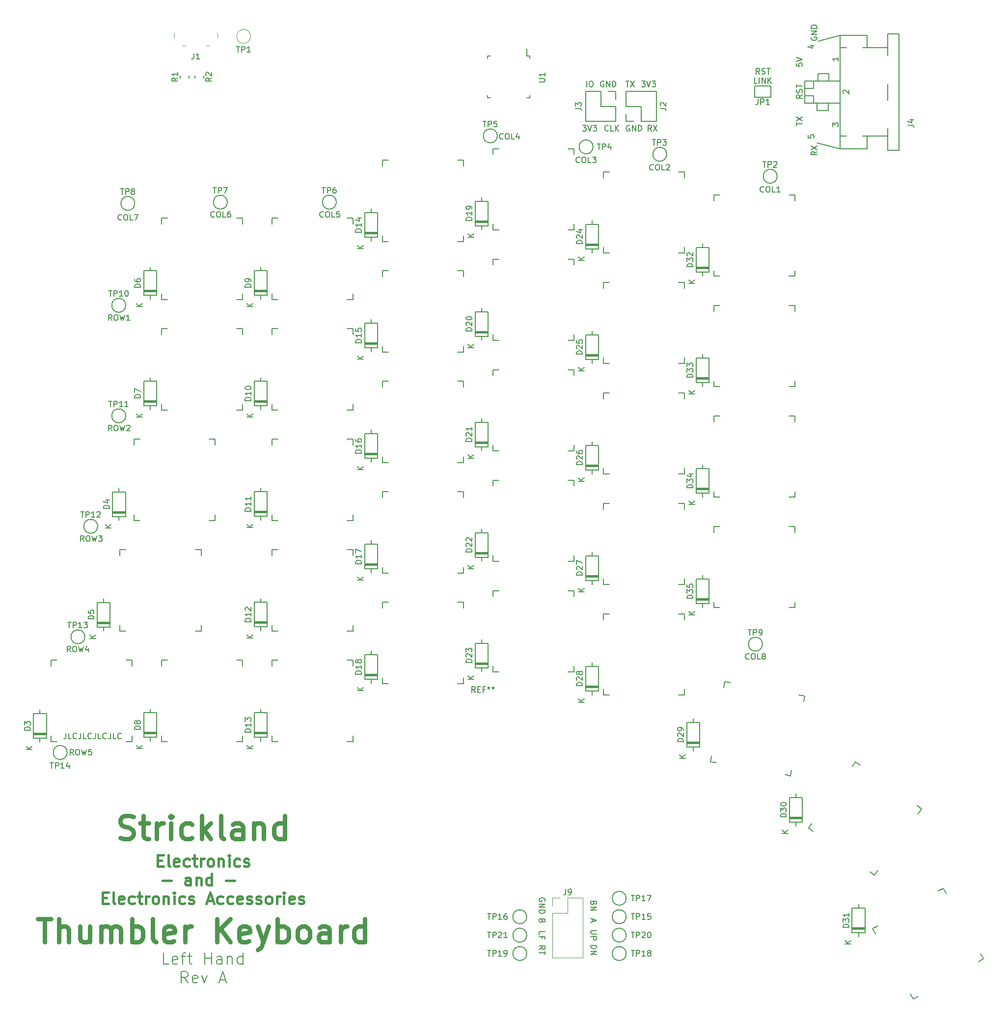
<source format=gbr>
%TF.GenerationSoftware,KiCad,Pcbnew,(6.0.0)*%
%TF.CreationDate,2021-12-31T21:55:40-08:00*%
%TF.ProjectId,thumbler_left,7468756d-626c-4657-925f-6c6566742e6b,rev?*%
%TF.SameCoordinates,Original*%
%TF.FileFunction,Legend,Top*%
%TF.FilePolarity,Positive*%
%FSLAX46Y46*%
G04 Gerber Fmt 4.6, Leading zero omitted, Abs format (unit mm)*
G04 Created by KiCad (PCBNEW (6.0.0)) date 2021-12-31 21:55:40*
%MOMM*%
%LPD*%
G01*
G04 APERTURE LIST*
%ADD10C,0.150000*%
%ADD11C,0.200000*%
%ADD12C,0.800000*%
%ADD13C,0.400000*%
%ADD14C,0.153000*%
%ADD15C,0.120000*%
G04 APERTURE END LIST*
D10*
X212812380Y-146205380D02*
X212479047Y-145729190D01*
X212240952Y-146205380D02*
X212240952Y-145205380D01*
X212621904Y-145205380D01*
X212717142Y-145253000D01*
X212764761Y-145300619D01*
X212812380Y-145395857D01*
X212812380Y-145538714D01*
X212764761Y-145633952D01*
X212717142Y-145681571D01*
X212621904Y-145729190D01*
X212240952Y-145729190D01*
X213193333Y-146157761D02*
X213336190Y-146205380D01*
X213574285Y-146205380D01*
X213669523Y-146157761D01*
X213717142Y-146110142D01*
X213764761Y-146014904D01*
X213764761Y-145919666D01*
X213717142Y-145824428D01*
X213669523Y-145776809D01*
X213574285Y-145729190D01*
X213383809Y-145681571D01*
X213288571Y-145633952D01*
X213240952Y-145586333D01*
X213193333Y-145491095D01*
X213193333Y-145395857D01*
X213240952Y-145300619D01*
X213288571Y-145253000D01*
X213383809Y-145205380D01*
X213621904Y-145205380D01*
X213764761Y-145253000D01*
X214050476Y-145205380D02*
X214621904Y-145205380D01*
X214336190Y-146205380D02*
X214336190Y-145205380D01*
X212407619Y-147815380D02*
X211931428Y-147815380D01*
X211931428Y-146815380D01*
X212740952Y-147815380D02*
X212740952Y-146815380D01*
X213217142Y-147815380D02*
X213217142Y-146815380D01*
X213788571Y-147815380D01*
X213788571Y-146815380D01*
X214264761Y-147815380D02*
X214264761Y-146815380D01*
X214836190Y-147815380D02*
X214407619Y-147243952D01*
X214836190Y-146815380D02*
X214264761Y-147386809D01*
X210994761Y-246991142D02*
X210947142Y-247038761D01*
X210804285Y-247086380D01*
X210709047Y-247086380D01*
X210566190Y-247038761D01*
X210470952Y-246943523D01*
X210423333Y-246848285D01*
X210375714Y-246657809D01*
X210375714Y-246514952D01*
X210423333Y-246324476D01*
X210470952Y-246229238D01*
X210566190Y-246134000D01*
X210709047Y-246086380D01*
X210804285Y-246086380D01*
X210947142Y-246134000D01*
X210994761Y-246181619D01*
X211613809Y-246086380D02*
X211804285Y-246086380D01*
X211899523Y-246134000D01*
X211994761Y-246229238D01*
X212042380Y-246419714D01*
X212042380Y-246753047D01*
X211994761Y-246943523D01*
X211899523Y-247038761D01*
X211804285Y-247086380D01*
X211613809Y-247086380D01*
X211518571Y-247038761D01*
X211423333Y-246943523D01*
X211375714Y-246753047D01*
X211375714Y-246419714D01*
X211423333Y-246229238D01*
X211518571Y-246134000D01*
X211613809Y-246086380D01*
X212947142Y-247086380D02*
X212470952Y-247086380D01*
X212470952Y-246086380D01*
X213423333Y-246514952D02*
X213328095Y-246467333D01*
X213280476Y-246419714D01*
X213232857Y-246324476D01*
X213232857Y-246276857D01*
X213280476Y-246181619D01*
X213328095Y-246134000D01*
X213423333Y-246086380D01*
X213613809Y-246086380D01*
X213709047Y-246134000D01*
X213756666Y-246181619D01*
X213804285Y-246276857D01*
X213804285Y-246324476D01*
X213756666Y-246419714D01*
X213709047Y-246467333D01*
X213613809Y-246514952D01*
X213423333Y-246514952D01*
X213328095Y-246562571D01*
X213280476Y-246610190D01*
X213232857Y-246705428D01*
X213232857Y-246895904D01*
X213280476Y-246991142D01*
X213328095Y-247038761D01*
X213423333Y-247086380D01*
X213613809Y-247086380D01*
X213709047Y-247038761D01*
X213756666Y-246991142D01*
X213804285Y-246895904D01*
X213804285Y-246705428D01*
X213756666Y-246610190D01*
X213709047Y-246562571D01*
X213613809Y-246514952D01*
X94496095Y-263596380D02*
X94162761Y-263120190D01*
X93924666Y-263596380D02*
X93924666Y-262596380D01*
X94305619Y-262596380D01*
X94400857Y-262644000D01*
X94448476Y-262691619D01*
X94496095Y-262786857D01*
X94496095Y-262929714D01*
X94448476Y-263024952D01*
X94400857Y-263072571D01*
X94305619Y-263120190D01*
X93924666Y-263120190D01*
X95115142Y-262596380D02*
X95305619Y-262596380D01*
X95400857Y-262644000D01*
X95496095Y-262739238D01*
X95543714Y-262929714D01*
X95543714Y-263263047D01*
X95496095Y-263453523D01*
X95400857Y-263548761D01*
X95305619Y-263596380D01*
X95115142Y-263596380D01*
X95019904Y-263548761D01*
X94924666Y-263453523D01*
X94877047Y-263263047D01*
X94877047Y-262929714D01*
X94924666Y-262739238D01*
X95019904Y-262644000D01*
X95115142Y-262596380D01*
X95877047Y-262596380D02*
X96115142Y-263596380D01*
X96305619Y-262882095D01*
X96496095Y-263596380D01*
X96734190Y-262596380D01*
X97591333Y-262596380D02*
X97115142Y-262596380D01*
X97067523Y-263072571D01*
X97115142Y-263024952D01*
X97210380Y-262977333D01*
X97448476Y-262977333D01*
X97543714Y-263024952D01*
X97591333Y-263072571D01*
X97638952Y-263167809D01*
X97638952Y-263405904D01*
X97591333Y-263501142D01*
X97543714Y-263548761D01*
X97448476Y-263596380D01*
X97210380Y-263596380D01*
X97115142Y-263548761D01*
X97067523Y-263501142D01*
X93988095Y-245816380D02*
X93654761Y-245340190D01*
X93416666Y-245816380D02*
X93416666Y-244816380D01*
X93797619Y-244816380D01*
X93892857Y-244864000D01*
X93940476Y-244911619D01*
X93988095Y-245006857D01*
X93988095Y-245149714D01*
X93940476Y-245244952D01*
X93892857Y-245292571D01*
X93797619Y-245340190D01*
X93416666Y-245340190D01*
X94607142Y-244816380D02*
X94797619Y-244816380D01*
X94892857Y-244864000D01*
X94988095Y-244959238D01*
X95035714Y-245149714D01*
X95035714Y-245483047D01*
X94988095Y-245673523D01*
X94892857Y-245768761D01*
X94797619Y-245816380D01*
X94607142Y-245816380D01*
X94511904Y-245768761D01*
X94416666Y-245673523D01*
X94369047Y-245483047D01*
X94369047Y-245149714D01*
X94416666Y-244959238D01*
X94511904Y-244864000D01*
X94607142Y-244816380D01*
X95369047Y-244816380D02*
X95607142Y-245816380D01*
X95797619Y-245102095D01*
X95988095Y-245816380D01*
X96226190Y-244816380D01*
X97035714Y-245149714D02*
X97035714Y-245816380D01*
X96797619Y-244768761D02*
X96559523Y-245483047D01*
X97178571Y-245483047D01*
X96274095Y-226766380D02*
X95940761Y-226290190D01*
X95702666Y-226766380D02*
X95702666Y-225766380D01*
X96083619Y-225766380D01*
X96178857Y-225814000D01*
X96226476Y-225861619D01*
X96274095Y-225956857D01*
X96274095Y-226099714D01*
X96226476Y-226194952D01*
X96178857Y-226242571D01*
X96083619Y-226290190D01*
X95702666Y-226290190D01*
X96893142Y-225766380D02*
X97083619Y-225766380D01*
X97178857Y-225814000D01*
X97274095Y-225909238D01*
X97321714Y-226099714D01*
X97321714Y-226433047D01*
X97274095Y-226623523D01*
X97178857Y-226718761D01*
X97083619Y-226766380D01*
X96893142Y-226766380D01*
X96797904Y-226718761D01*
X96702666Y-226623523D01*
X96655047Y-226433047D01*
X96655047Y-226099714D01*
X96702666Y-225909238D01*
X96797904Y-225814000D01*
X96893142Y-225766380D01*
X97655047Y-225766380D02*
X97893142Y-226766380D01*
X98083619Y-226052095D01*
X98274095Y-226766380D01*
X98512190Y-225766380D01*
X98797904Y-225766380D02*
X99416952Y-225766380D01*
X99083619Y-226147333D01*
X99226476Y-226147333D01*
X99321714Y-226194952D01*
X99369333Y-226242571D01*
X99416952Y-226337809D01*
X99416952Y-226575904D01*
X99369333Y-226671142D01*
X99321714Y-226718761D01*
X99226476Y-226766380D01*
X98940761Y-226766380D01*
X98845523Y-226718761D01*
X98797904Y-226671142D01*
X101100095Y-207716380D02*
X100766761Y-207240190D01*
X100528666Y-207716380D02*
X100528666Y-206716380D01*
X100909619Y-206716380D01*
X101004857Y-206764000D01*
X101052476Y-206811619D01*
X101100095Y-206906857D01*
X101100095Y-207049714D01*
X101052476Y-207144952D01*
X101004857Y-207192571D01*
X100909619Y-207240190D01*
X100528666Y-207240190D01*
X101719142Y-206716380D02*
X101909619Y-206716380D01*
X102004857Y-206764000D01*
X102100095Y-206859238D01*
X102147714Y-207049714D01*
X102147714Y-207383047D01*
X102100095Y-207573523D01*
X102004857Y-207668761D01*
X101909619Y-207716380D01*
X101719142Y-207716380D01*
X101623904Y-207668761D01*
X101528666Y-207573523D01*
X101481047Y-207383047D01*
X101481047Y-207049714D01*
X101528666Y-206859238D01*
X101623904Y-206764000D01*
X101719142Y-206716380D01*
X102481047Y-206716380D02*
X102719142Y-207716380D01*
X102909619Y-207002095D01*
X103100095Y-207716380D01*
X103338190Y-206716380D01*
X103671523Y-206811619D02*
X103719142Y-206764000D01*
X103814380Y-206716380D01*
X104052476Y-206716380D01*
X104147714Y-206764000D01*
X104195333Y-206811619D01*
X104242952Y-206906857D01*
X104242952Y-207002095D01*
X104195333Y-207144952D01*
X103623904Y-207716380D01*
X104242952Y-207716380D01*
X101100095Y-188666380D02*
X100766761Y-188190190D01*
X100528666Y-188666380D02*
X100528666Y-187666380D01*
X100909619Y-187666380D01*
X101004857Y-187714000D01*
X101052476Y-187761619D01*
X101100095Y-187856857D01*
X101100095Y-187999714D01*
X101052476Y-188094952D01*
X101004857Y-188142571D01*
X100909619Y-188190190D01*
X100528666Y-188190190D01*
X101719142Y-187666380D02*
X101909619Y-187666380D01*
X102004857Y-187714000D01*
X102100095Y-187809238D01*
X102147714Y-187999714D01*
X102147714Y-188333047D01*
X102100095Y-188523523D01*
X102004857Y-188618761D01*
X101909619Y-188666380D01*
X101719142Y-188666380D01*
X101623904Y-188618761D01*
X101528666Y-188523523D01*
X101481047Y-188333047D01*
X101481047Y-187999714D01*
X101528666Y-187809238D01*
X101623904Y-187714000D01*
X101719142Y-187666380D01*
X102481047Y-187666380D02*
X102719142Y-188666380D01*
X102909619Y-187952095D01*
X103100095Y-188666380D01*
X103338190Y-187666380D01*
X104242952Y-188666380D02*
X103671523Y-188666380D01*
X103957238Y-188666380D02*
X103957238Y-187666380D01*
X103862000Y-187809238D01*
X103766761Y-187904476D01*
X103671523Y-187952095D01*
X213534761Y-166473142D02*
X213487142Y-166520761D01*
X213344285Y-166568380D01*
X213249047Y-166568380D01*
X213106190Y-166520761D01*
X213010952Y-166425523D01*
X212963333Y-166330285D01*
X212915714Y-166139809D01*
X212915714Y-165996952D01*
X212963333Y-165806476D01*
X213010952Y-165711238D01*
X213106190Y-165616000D01*
X213249047Y-165568380D01*
X213344285Y-165568380D01*
X213487142Y-165616000D01*
X213534761Y-165663619D01*
X214153809Y-165568380D02*
X214344285Y-165568380D01*
X214439523Y-165616000D01*
X214534761Y-165711238D01*
X214582380Y-165901714D01*
X214582380Y-166235047D01*
X214534761Y-166425523D01*
X214439523Y-166520761D01*
X214344285Y-166568380D01*
X214153809Y-166568380D01*
X214058571Y-166520761D01*
X213963333Y-166425523D01*
X213915714Y-166235047D01*
X213915714Y-165901714D01*
X213963333Y-165711238D01*
X214058571Y-165616000D01*
X214153809Y-165568380D01*
X215487142Y-166568380D02*
X215010952Y-166568380D01*
X215010952Y-165568380D01*
X216344285Y-166568380D02*
X215772857Y-166568380D01*
X216058571Y-166568380D02*
X216058571Y-165568380D01*
X215963333Y-165711238D01*
X215868095Y-165806476D01*
X215772857Y-165854095D01*
X194484761Y-162663142D02*
X194437142Y-162710761D01*
X194294285Y-162758380D01*
X194199047Y-162758380D01*
X194056190Y-162710761D01*
X193960952Y-162615523D01*
X193913333Y-162520285D01*
X193865714Y-162329809D01*
X193865714Y-162186952D01*
X193913333Y-161996476D01*
X193960952Y-161901238D01*
X194056190Y-161806000D01*
X194199047Y-161758380D01*
X194294285Y-161758380D01*
X194437142Y-161806000D01*
X194484761Y-161853619D01*
X195103809Y-161758380D02*
X195294285Y-161758380D01*
X195389523Y-161806000D01*
X195484761Y-161901238D01*
X195532380Y-162091714D01*
X195532380Y-162425047D01*
X195484761Y-162615523D01*
X195389523Y-162710761D01*
X195294285Y-162758380D01*
X195103809Y-162758380D01*
X195008571Y-162710761D01*
X194913333Y-162615523D01*
X194865714Y-162425047D01*
X194865714Y-162091714D01*
X194913333Y-161901238D01*
X195008571Y-161806000D01*
X195103809Y-161758380D01*
X196437142Y-162758380D02*
X195960952Y-162758380D01*
X195960952Y-161758380D01*
X196722857Y-161853619D02*
X196770476Y-161806000D01*
X196865714Y-161758380D01*
X197103809Y-161758380D01*
X197199047Y-161806000D01*
X197246666Y-161853619D01*
X197294285Y-161948857D01*
X197294285Y-162044095D01*
X197246666Y-162186952D01*
X196675238Y-162758380D01*
X197294285Y-162758380D01*
X181784761Y-161393142D02*
X181737142Y-161440761D01*
X181594285Y-161488380D01*
X181499047Y-161488380D01*
X181356190Y-161440761D01*
X181260952Y-161345523D01*
X181213333Y-161250285D01*
X181165714Y-161059809D01*
X181165714Y-160916952D01*
X181213333Y-160726476D01*
X181260952Y-160631238D01*
X181356190Y-160536000D01*
X181499047Y-160488380D01*
X181594285Y-160488380D01*
X181737142Y-160536000D01*
X181784761Y-160583619D01*
X182403809Y-160488380D02*
X182594285Y-160488380D01*
X182689523Y-160536000D01*
X182784761Y-160631238D01*
X182832380Y-160821714D01*
X182832380Y-161155047D01*
X182784761Y-161345523D01*
X182689523Y-161440761D01*
X182594285Y-161488380D01*
X182403809Y-161488380D01*
X182308571Y-161440761D01*
X182213333Y-161345523D01*
X182165714Y-161155047D01*
X182165714Y-160821714D01*
X182213333Y-160631238D01*
X182308571Y-160536000D01*
X182403809Y-160488380D01*
X183737142Y-161488380D02*
X183260952Y-161488380D01*
X183260952Y-160488380D01*
X183975238Y-160488380D02*
X184594285Y-160488380D01*
X184260952Y-160869333D01*
X184403809Y-160869333D01*
X184499047Y-160916952D01*
X184546666Y-160964571D01*
X184594285Y-161059809D01*
X184594285Y-161297904D01*
X184546666Y-161393142D01*
X184499047Y-161440761D01*
X184403809Y-161488380D01*
X184118095Y-161488380D01*
X184022857Y-161440761D01*
X183975238Y-161393142D01*
X168576761Y-157329142D02*
X168529142Y-157376761D01*
X168386285Y-157424380D01*
X168291047Y-157424380D01*
X168148190Y-157376761D01*
X168052952Y-157281523D01*
X168005333Y-157186285D01*
X167957714Y-156995809D01*
X167957714Y-156852952D01*
X168005333Y-156662476D01*
X168052952Y-156567238D01*
X168148190Y-156472000D01*
X168291047Y-156424380D01*
X168386285Y-156424380D01*
X168529142Y-156472000D01*
X168576761Y-156519619D01*
X169195809Y-156424380D02*
X169386285Y-156424380D01*
X169481523Y-156472000D01*
X169576761Y-156567238D01*
X169624380Y-156757714D01*
X169624380Y-157091047D01*
X169576761Y-157281523D01*
X169481523Y-157376761D01*
X169386285Y-157424380D01*
X169195809Y-157424380D01*
X169100571Y-157376761D01*
X169005333Y-157281523D01*
X168957714Y-157091047D01*
X168957714Y-156757714D01*
X169005333Y-156567238D01*
X169100571Y-156472000D01*
X169195809Y-156424380D01*
X170529142Y-157424380D02*
X170052952Y-157424380D01*
X170052952Y-156424380D01*
X171291047Y-156757714D02*
X171291047Y-157424380D01*
X171052952Y-156376761D02*
X170814857Y-157091047D01*
X171433904Y-157091047D01*
X137588761Y-170791142D02*
X137541142Y-170838761D01*
X137398285Y-170886380D01*
X137303047Y-170886380D01*
X137160190Y-170838761D01*
X137064952Y-170743523D01*
X137017333Y-170648285D01*
X136969714Y-170457809D01*
X136969714Y-170314952D01*
X137017333Y-170124476D01*
X137064952Y-170029238D01*
X137160190Y-169934000D01*
X137303047Y-169886380D01*
X137398285Y-169886380D01*
X137541142Y-169934000D01*
X137588761Y-169981619D01*
X138207809Y-169886380D02*
X138398285Y-169886380D01*
X138493523Y-169934000D01*
X138588761Y-170029238D01*
X138636380Y-170219714D01*
X138636380Y-170553047D01*
X138588761Y-170743523D01*
X138493523Y-170838761D01*
X138398285Y-170886380D01*
X138207809Y-170886380D01*
X138112571Y-170838761D01*
X138017333Y-170743523D01*
X137969714Y-170553047D01*
X137969714Y-170219714D01*
X138017333Y-170029238D01*
X138112571Y-169934000D01*
X138207809Y-169886380D01*
X139541142Y-170886380D02*
X139064952Y-170886380D01*
X139064952Y-169886380D01*
X140350666Y-169886380D02*
X139874476Y-169886380D01*
X139826857Y-170362571D01*
X139874476Y-170314952D01*
X139969714Y-170267333D01*
X140207809Y-170267333D01*
X140303047Y-170314952D01*
X140350666Y-170362571D01*
X140398285Y-170457809D01*
X140398285Y-170695904D01*
X140350666Y-170791142D01*
X140303047Y-170838761D01*
X140207809Y-170886380D01*
X139969714Y-170886380D01*
X139874476Y-170838761D01*
X139826857Y-170791142D01*
X118792761Y-170791142D02*
X118745142Y-170838761D01*
X118602285Y-170886380D01*
X118507047Y-170886380D01*
X118364190Y-170838761D01*
X118268952Y-170743523D01*
X118221333Y-170648285D01*
X118173714Y-170457809D01*
X118173714Y-170314952D01*
X118221333Y-170124476D01*
X118268952Y-170029238D01*
X118364190Y-169934000D01*
X118507047Y-169886380D01*
X118602285Y-169886380D01*
X118745142Y-169934000D01*
X118792761Y-169981619D01*
X119411809Y-169886380D02*
X119602285Y-169886380D01*
X119697523Y-169934000D01*
X119792761Y-170029238D01*
X119840380Y-170219714D01*
X119840380Y-170553047D01*
X119792761Y-170743523D01*
X119697523Y-170838761D01*
X119602285Y-170886380D01*
X119411809Y-170886380D01*
X119316571Y-170838761D01*
X119221333Y-170743523D01*
X119173714Y-170553047D01*
X119173714Y-170219714D01*
X119221333Y-170029238D01*
X119316571Y-169934000D01*
X119411809Y-169886380D01*
X120745142Y-170886380D02*
X120268952Y-170886380D01*
X120268952Y-169886380D01*
X121507047Y-169886380D02*
X121316571Y-169886380D01*
X121221333Y-169934000D01*
X121173714Y-169981619D01*
X121078476Y-170124476D01*
X121030857Y-170314952D01*
X121030857Y-170695904D01*
X121078476Y-170791142D01*
X121126095Y-170838761D01*
X121221333Y-170886380D01*
X121411809Y-170886380D01*
X121507047Y-170838761D01*
X121554666Y-170791142D01*
X121602285Y-170695904D01*
X121602285Y-170457809D01*
X121554666Y-170362571D01*
X121507047Y-170314952D01*
X121411809Y-170267333D01*
X121221333Y-170267333D01*
X121126095Y-170314952D01*
X121078476Y-170362571D01*
X121030857Y-170457809D01*
X102790761Y-171299142D02*
X102743142Y-171346761D01*
X102600285Y-171394380D01*
X102505047Y-171394380D01*
X102362190Y-171346761D01*
X102266952Y-171251523D01*
X102219333Y-171156285D01*
X102171714Y-170965809D01*
X102171714Y-170822952D01*
X102219333Y-170632476D01*
X102266952Y-170537238D01*
X102362190Y-170442000D01*
X102505047Y-170394380D01*
X102600285Y-170394380D01*
X102743142Y-170442000D01*
X102790761Y-170489619D01*
X103409809Y-170394380D02*
X103600285Y-170394380D01*
X103695523Y-170442000D01*
X103790761Y-170537238D01*
X103838380Y-170727714D01*
X103838380Y-171061047D01*
X103790761Y-171251523D01*
X103695523Y-171346761D01*
X103600285Y-171394380D01*
X103409809Y-171394380D01*
X103314571Y-171346761D01*
X103219333Y-171251523D01*
X103171714Y-171061047D01*
X103171714Y-170727714D01*
X103219333Y-170537238D01*
X103314571Y-170442000D01*
X103409809Y-170394380D01*
X104743142Y-171394380D02*
X104266952Y-171394380D01*
X104266952Y-170394380D01*
X104981238Y-170394380D02*
X105647904Y-170394380D01*
X105219333Y-171394380D01*
X182276904Y-155027380D02*
X182895952Y-155027380D01*
X182562619Y-155408333D01*
X182705476Y-155408333D01*
X182800714Y-155455952D01*
X182848333Y-155503571D01*
X182895952Y-155598809D01*
X182895952Y-155836904D01*
X182848333Y-155932142D01*
X182800714Y-155979761D01*
X182705476Y-156027380D01*
X182419761Y-156027380D01*
X182324523Y-155979761D01*
X182276904Y-155932142D01*
X183181666Y-155027380D02*
X183515000Y-156027380D01*
X183848333Y-155027380D01*
X184086428Y-155027380D02*
X184705476Y-155027380D01*
X184372142Y-155408333D01*
X184515000Y-155408333D01*
X184610238Y-155455952D01*
X184657857Y-155503571D01*
X184705476Y-155598809D01*
X184705476Y-155836904D01*
X184657857Y-155932142D01*
X184610238Y-155979761D01*
X184515000Y-156027380D01*
X184229285Y-156027380D01*
X184134047Y-155979761D01*
X184086428Y-155932142D01*
X186729761Y-155932142D02*
X186682142Y-155979761D01*
X186539285Y-156027380D01*
X186444047Y-156027380D01*
X186301190Y-155979761D01*
X186205952Y-155884523D01*
X186158333Y-155789285D01*
X186110714Y-155598809D01*
X186110714Y-155455952D01*
X186158333Y-155265476D01*
X186205952Y-155170238D01*
X186301190Y-155075000D01*
X186444047Y-155027380D01*
X186539285Y-155027380D01*
X186682142Y-155075000D01*
X186729761Y-155122619D01*
X187634523Y-156027380D02*
X187158333Y-156027380D01*
X187158333Y-155027380D01*
X187967857Y-156027380D02*
X187967857Y-155027380D01*
X188539285Y-156027380D02*
X188110714Y-155455952D01*
X188539285Y-155027380D02*
X187967857Y-155598809D01*
X182991190Y-148407380D02*
X182991190Y-147407380D01*
X183657857Y-147407380D02*
X183848333Y-147407380D01*
X183943571Y-147455000D01*
X184038809Y-147550238D01*
X184086428Y-147740714D01*
X184086428Y-148074047D01*
X184038809Y-148264523D01*
X183943571Y-148359761D01*
X183848333Y-148407380D01*
X183657857Y-148407380D01*
X183562619Y-148359761D01*
X183467380Y-148264523D01*
X183419761Y-148074047D01*
X183419761Y-147740714D01*
X183467380Y-147550238D01*
X183562619Y-147455000D01*
X183657857Y-147407380D01*
X185928095Y-147455000D02*
X185832857Y-147407380D01*
X185690000Y-147407380D01*
X185547142Y-147455000D01*
X185451904Y-147550238D01*
X185404285Y-147645476D01*
X185356666Y-147835952D01*
X185356666Y-147978809D01*
X185404285Y-148169285D01*
X185451904Y-148264523D01*
X185547142Y-148359761D01*
X185690000Y-148407380D01*
X185785238Y-148407380D01*
X185928095Y-148359761D01*
X185975714Y-148312142D01*
X185975714Y-147978809D01*
X185785238Y-147978809D01*
X186404285Y-148407380D02*
X186404285Y-147407380D01*
X186975714Y-148407380D01*
X186975714Y-147407380D01*
X187451904Y-148407380D02*
X187451904Y-147407380D01*
X187690000Y-147407380D01*
X187832857Y-147455000D01*
X187928095Y-147550238D01*
X187975714Y-147645476D01*
X188023333Y-147835952D01*
X188023333Y-147978809D01*
X187975714Y-148169285D01*
X187928095Y-148264523D01*
X187832857Y-148359761D01*
X187690000Y-148407380D01*
X187451904Y-148407380D01*
X194143333Y-156027380D02*
X193810000Y-155551190D01*
X193571904Y-156027380D02*
X193571904Y-155027380D01*
X193952857Y-155027380D01*
X194048095Y-155075000D01*
X194095714Y-155122619D01*
X194143333Y-155217857D01*
X194143333Y-155360714D01*
X194095714Y-155455952D01*
X194048095Y-155503571D01*
X193952857Y-155551190D01*
X193571904Y-155551190D01*
X194476666Y-155027380D02*
X195143333Y-156027380D01*
X195143333Y-155027380D02*
X194476666Y-156027380D01*
X190373095Y-155075000D02*
X190277857Y-155027380D01*
X190135000Y-155027380D01*
X189992142Y-155075000D01*
X189896904Y-155170238D01*
X189849285Y-155265476D01*
X189801666Y-155455952D01*
X189801666Y-155598809D01*
X189849285Y-155789285D01*
X189896904Y-155884523D01*
X189992142Y-155979761D01*
X190135000Y-156027380D01*
X190230238Y-156027380D01*
X190373095Y-155979761D01*
X190420714Y-155932142D01*
X190420714Y-155598809D01*
X190230238Y-155598809D01*
X190849285Y-156027380D02*
X190849285Y-155027380D01*
X191420714Y-156027380D01*
X191420714Y-155027380D01*
X191896904Y-156027380D02*
X191896904Y-155027380D01*
X192135000Y-155027380D01*
X192277857Y-155075000D01*
X192373095Y-155170238D01*
X192420714Y-155265476D01*
X192468333Y-155455952D01*
X192468333Y-155598809D01*
X192420714Y-155789285D01*
X192373095Y-155884523D01*
X192277857Y-155979761D01*
X192135000Y-156027380D01*
X191896904Y-156027380D01*
X192436904Y-147407380D02*
X193055952Y-147407380D01*
X192722619Y-147788333D01*
X192865476Y-147788333D01*
X192960714Y-147835952D01*
X193008333Y-147883571D01*
X193055952Y-147978809D01*
X193055952Y-148216904D01*
X193008333Y-148312142D01*
X192960714Y-148359761D01*
X192865476Y-148407380D01*
X192579761Y-148407380D01*
X192484523Y-148359761D01*
X192436904Y-148312142D01*
X193341666Y-147407380D02*
X193675000Y-148407380D01*
X194008333Y-147407380D01*
X194246428Y-147407380D02*
X194865476Y-147407380D01*
X194532142Y-147788333D01*
X194675000Y-147788333D01*
X194770238Y-147835952D01*
X194817857Y-147883571D01*
X194865476Y-147978809D01*
X194865476Y-148216904D01*
X194817857Y-148312142D01*
X194770238Y-148359761D01*
X194675000Y-148407380D01*
X194389285Y-148407380D01*
X194294047Y-148359761D01*
X194246428Y-148312142D01*
X189738095Y-147407380D02*
X190309523Y-147407380D01*
X190023809Y-148407380D02*
X190023809Y-147407380D01*
X190547619Y-147407380D02*
X191214285Y-148407380D01*
X191214285Y-147407380D02*
X190547619Y-148407380D01*
X221750000Y-139826904D02*
X221702380Y-139922142D01*
X221702380Y-140065000D01*
X221750000Y-140207857D01*
X221845238Y-140303095D01*
X221940476Y-140350714D01*
X222130952Y-140398333D01*
X222273809Y-140398333D01*
X222464285Y-140350714D01*
X222559523Y-140303095D01*
X222654761Y-140207857D01*
X222702380Y-140065000D01*
X222702380Y-139969761D01*
X222654761Y-139826904D01*
X222607142Y-139779285D01*
X222273809Y-139779285D01*
X222273809Y-139969761D01*
X222702380Y-139350714D02*
X221702380Y-139350714D01*
X222702380Y-138779285D01*
X221702380Y-138779285D01*
X222702380Y-138303095D02*
X221702380Y-138303095D01*
X221702380Y-138065000D01*
X221750000Y-137922142D01*
X221845238Y-137826904D01*
X221940476Y-137779285D01*
X222130952Y-137731666D01*
X222273809Y-137731666D01*
X222464285Y-137779285D01*
X222559523Y-137826904D01*
X222654761Y-137922142D01*
X222702380Y-138065000D01*
X222702380Y-138303095D01*
X219162380Y-144335476D02*
X219162380Y-144811666D01*
X219638571Y-144859285D01*
X219590952Y-144811666D01*
X219543333Y-144716428D01*
X219543333Y-144478333D01*
X219590952Y-144383095D01*
X219638571Y-144335476D01*
X219733809Y-144287857D01*
X219971904Y-144287857D01*
X220067142Y-144335476D01*
X220114761Y-144383095D01*
X220162380Y-144478333D01*
X220162380Y-144716428D01*
X220114761Y-144811666D01*
X220067142Y-144859285D01*
X219162380Y-144002142D02*
X220162380Y-143668809D01*
X219162380Y-143335476D01*
X220162380Y-149772619D02*
X219686190Y-150105952D01*
X220162380Y-150344047D02*
X219162380Y-150344047D01*
X219162380Y-149963095D01*
X219210000Y-149867857D01*
X219257619Y-149820238D01*
X219352857Y-149772619D01*
X219495714Y-149772619D01*
X219590952Y-149820238D01*
X219638571Y-149867857D01*
X219686190Y-149963095D01*
X219686190Y-150344047D01*
X220114761Y-149391666D02*
X220162380Y-149248809D01*
X220162380Y-149010714D01*
X220114761Y-148915476D01*
X220067142Y-148867857D01*
X219971904Y-148820238D01*
X219876666Y-148820238D01*
X219781428Y-148867857D01*
X219733809Y-148915476D01*
X219686190Y-149010714D01*
X219638571Y-149201190D01*
X219590952Y-149296428D01*
X219543333Y-149344047D01*
X219448095Y-149391666D01*
X219352857Y-149391666D01*
X219257619Y-149344047D01*
X219210000Y-149296428D01*
X219162380Y-149201190D01*
X219162380Y-148963095D01*
X219210000Y-148820238D01*
X219162380Y-148534523D02*
X219162380Y-147963095D01*
X220162380Y-148248809D02*
X219162380Y-148248809D01*
X219162380Y-155066904D02*
X219162380Y-154495476D01*
X220162380Y-154781190D02*
X219162380Y-154781190D01*
X219162380Y-154257380D02*
X220162380Y-153590714D01*
X219162380Y-153590714D02*
X220162380Y-154257380D01*
X222702380Y-159551666D02*
X222226190Y-159885000D01*
X222702380Y-160123095D02*
X221702380Y-160123095D01*
X221702380Y-159742142D01*
X221750000Y-159646904D01*
X221797619Y-159599285D01*
X221892857Y-159551666D01*
X222035714Y-159551666D01*
X222130952Y-159599285D01*
X222178571Y-159646904D01*
X222226190Y-159742142D01*
X222226190Y-160123095D01*
X221702380Y-159218333D02*
X222702380Y-158551666D01*
X221702380Y-158551666D02*
X222702380Y-159218333D01*
X183697619Y-296394285D02*
X184697619Y-296394285D01*
X184697619Y-296632380D01*
X184650000Y-296775238D01*
X184554761Y-296870476D01*
X184459523Y-296918095D01*
X184269047Y-296965714D01*
X184126190Y-296965714D01*
X183935714Y-296918095D01*
X183840476Y-296870476D01*
X183745238Y-296775238D01*
X183697619Y-296632380D01*
X183697619Y-296394285D01*
X183697619Y-297394285D02*
X184697619Y-297394285D01*
X183697619Y-297965714D01*
X184697619Y-297965714D01*
X184697619Y-293854285D02*
X183888095Y-293854285D01*
X183792857Y-293901904D01*
X183745238Y-293949523D01*
X183697619Y-294044761D01*
X183697619Y-294235238D01*
X183745238Y-294330476D01*
X183792857Y-294378095D01*
X183888095Y-294425714D01*
X184697619Y-294425714D01*
X183697619Y-294901904D02*
X184697619Y-294901904D01*
X184697619Y-295282857D01*
X184650000Y-295378095D01*
X184602380Y-295425714D01*
X184507142Y-295473333D01*
X184364285Y-295473333D01*
X184269047Y-295425714D01*
X184221428Y-295378095D01*
X184173809Y-295282857D01*
X184173809Y-294901904D01*
X183983333Y-291861904D02*
X183983333Y-292338095D01*
X183697619Y-291766666D02*
X184697619Y-292100000D01*
X183697619Y-292433333D01*
X184221428Y-289107619D02*
X184173809Y-289250476D01*
X184126190Y-289298095D01*
X184030952Y-289345714D01*
X183888095Y-289345714D01*
X183792857Y-289298095D01*
X183745238Y-289250476D01*
X183697619Y-289155238D01*
X183697619Y-288774285D01*
X184697619Y-288774285D01*
X184697619Y-289107619D01*
X184650000Y-289202857D01*
X184602380Y-289250476D01*
X184507142Y-289298095D01*
X184411904Y-289298095D01*
X184316666Y-289250476D01*
X184269047Y-289202857D01*
X184221428Y-289107619D01*
X184221428Y-288774285D01*
X183697619Y-289774285D02*
X184697619Y-289774285D01*
X183697619Y-290345714D01*
X184697619Y-290345714D01*
X174807619Y-297108571D02*
X175283809Y-296775238D01*
X174807619Y-296537142D02*
X175807619Y-296537142D01*
X175807619Y-296918095D01*
X175760000Y-297013333D01*
X175712380Y-297060952D01*
X175617142Y-297108571D01*
X175474285Y-297108571D01*
X175379047Y-297060952D01*
X175331428Y-297013333D01*
X175283809Y-296918095D01*
X175283809Y-296537142D01*
X175807619Y-297394285D02*
X175807619Y-297965714D01*
X174807619Y-297680000D02*
X175807619Y-297680000D01*
X174807619Y-294520952D02*
X174807619Y-294044761D01*
X175807619Y-294044761D01*
X175331428Y-295187619D02*
X175331428Y-294854285D01*
X174807619Y-294854285D02*
X175807619Y-294854285D01*
X175807619Y-295330476D01*
X175331428Y-292171428D02*
X175283809Y-292314285D01*
X175236190Y-292361904D01*
X175140952Y-292409523D01*
X174998095Y-292409523D01*
X174902857Y-292361904D01*
X174855238Y-292314285D01*
X174807619Y-292219047D01*
X174807619Y-291838095D01*
X175807619Y-291838095D01*
X175807619Y-292171428D01*
X175760000Y-292266666D01*
X175712380Y-292314285D01*
X175617142Y-292361904D01*
X175521904Y-292361904D01*
X175426666Y-292314285D01*
X175379047Y-292266666D01*
X175331428Y-292171428D01*
X175331428Y-291838095D01*
X175760000Y-288798095D02*
X175807619Y-288702857D01*
X175807619Y-288560000D01*
X175760000Y-288417142D01*
X175664761Y-288321904D01*
X175569523Y-288274285D01*
X175379047Y-288226666D01*
X175236190Y-288226666D01*
X175045714Y-288274285D01*
X174950476Y-288321904D01*
X174855238Y-288417142D01*
X174807619Y-288560000D01*
X174807619Y-288655238D01*
X174855238Y-288798095D01*
X174902857Y-288845714D01*
X175236190Y-288845714D01*
X175236190Y-288655238D01*
X174807619Y-289274285D02*
X175807619Y-289274285D01*
X174807619Y-289845714D01*
X175807619Y-289845714D01*
X174807619Y-290321904D02*
X175807619Y-290321904D01*
X175807619Y-290560000D01*
X175760000Y-290702857D01*
X175664761Y-290798095D01*
X175569523Y-290845714D01*
X175379047Y-290893333D01*
X175236190Y-290893333D01*
X175045714Y-290845714D01*
X174950476Y-290798095D01*
X174855238Y-290702857D01*
X174807619Y-290560000D01*
X174807619Y-290321904D01*
D11*
X110935238Y-299649761D02*
X109982857Y-299649761D01*
X109982857Y-297649761D01*
X112363809Y-299554523D02*
X112173333Y-299649761D01*
X111792380Y-299649761D01*
X111601904Y-299554523D01*
X111506666Y-299364047D01*
X111506666Y-298602142D01*
X111601904Y-298411666D01*
X111792380Y-298316428D01*
X112173333Y-298316428D01*
X112363809Y-298411666D01*
X112459047Y-298602142D01*
X112459047Y-298792619D01*
X111506666Y-298983095D01*
X113030476Y-298316428D02*
X113792380Y-298316428D01*
X113316190Y-299649761D02*
X113316190Y-297935476D01*
X113411428Y-297745000D01*
X113601904Y-297649761D01*
X113792380Y-297649761D01*
X114173333Y-298316428D02*
X114935238Y-298316428D01*
X114459047Y-297649761D02*
X114459047Y-299364047D01*
X114554285Y-299554523D01*
X114744761Y-299649761D01*
X114935238Y-299649761D01*
X117125714Y-299649761D02*
X117125714Y-297649761D01*
X117125714Y-298602142D02*
X118268571Y-298602142D01*
X118268571Y-299649761D02*
X118268571Y-297649761D01*
X120078095Y-299649761D02*
X120078095Y-298602142D01*
X119982857Y-298411666D01*
X119792380Y-298316428D01*
X119411428Y-298316428D01*
X119220952Y-298411666D01*
X120078095Y-299554523D02*
X119887619Y-299649761D01*
X119411428Y-299649761D01*
X119220952Y-299554523D01*
X119125714Y-299364047D01*
X119125714Y-299173571D01*
X119220952Y-298983095D01*
X119411428Y-298887857D01*
X119887619Y-298887857D01*
X120078095Y-298792619D01*
X121030476Y-298316428D02*
X121030476Y-299649761D01*
X121030476Y-298506904D02*
X121125714Y-298411666D01*
X121316190Y-298316428D01*
X121601904Y-298316428D01*
X121792380Y-298411666D01*
X121887619Y-298602142D01*
X121887619Y-299649761D01*
X123697142Y-299649761D02*
X123697142Y-297649761D01*
X123697142Y-299554523D02*
X123506666Y-299649761D01*
X123125714Y-299649761D01*
X122935238Y-299554523D01*
X122840000Y-299459285D01*
X122744761Y-299268809D01*
X122744761Y-298697380D01*
X122840000Y-298506904D01*
X122935238Y-298411666D01*
X123125714Y-298316428D01*
X123506666Y-298316428D01*
X123697142Y-298411666D01*
X114220952Y-302869761D02*
X113554285Y-301917380D01*
X113078095Y-302869761D02*
X113078095Y-300869761D01*
X113840000Y-300869761D01*
X114030476Y-300965000D01*
X114125714Y-301060238D01*
X114220952Y-301250714D01*
X114220952Y-301536428D01*
X114125714Y-301726904D01*
X114030476Y-301822142D01*
X113840000Y-301917380D01*
X113078095Y-301917380D01*
X115840000Y-302774523D02*
X115649523Y-302869761D01*
X115268571Y-302869761D01*
X115078095Y-302774523D01*
X114982857Y-302584047D01*
X114982857Y-301822142D01*
X115078095Y-301631666D01*
X115268571Y-301536428D01*
X115649523Y-301536428D01*
X115840000Y-301631666D01*
X115935238Y-301822142D01*
X115935238Y-302012619D01*
X114982857Y-302203095D01*
X116601904Y-301536428D02*
X117078095Y-302869761D01*
X117554285Y-301536428D01*
X119744761Y-302298333D02*
X120697142Y-302298333D01*
X119554285Y-302869761D02*
X120220952Y-300869761D01*
X120887619Y-302869761D01*
D12*
X88363809Y-291814523D02*
X90649523Y-291814523D01*
X89506666Y-295814523D02*
X89506666Y-291814523D01*
X91982857Y-295814523D02*
X91982857Y-291814523D01*
X93697142Y-295814523D02*
X93697142Y-293719285D01*
X93506666Y-293338333D01*
X93125714Y-293147857D01*
X92554285Y-293147857D01*
X92173333Y-293338333D01*
X91982857Y-293528809D01*
X97316190Y-293147857D02*
X97316190Y-295814523D01*
X95601904Y-293147857D02*
X95601904Y-295243095D01*
X95792380Y-295624047D01*
X96173333Y-295814523D01*
X96744761Y-295814523D01*
X97125714Y-295624047D01*
X97316190Y-295433571D01*
X99220952Y-295814523D02*
X99220952Y-293147857D01*
X99220952Y-293528809D02*
X99411428Y-293338333D01*
X99792380Y-293147857D01*
X100363809Y-293147857D01*
X100744761Y-293338333D01*
X100935238Y-293719285D01*
X100935238Y-295814523D01*
X100935238Y-293719285D02*
X101125714Y-293338333D01*
X101506666Y-293147857D01*
X102078095Y-293147857D01*
X102459047Y-293338333D01*
X102649523Y-293719285D01*
X102649523Y-295814523D01*
X104554285Y-295814523D02*
X104554285Y-291814523D01*
X104554285Y-293338333D02*
X104935238Y-293147857D01*
X105697142Y-293147857D01*
X106078095Y-293338333D01*
X106268571Y-293528809D01*
X106459047Y-293909761D01*
X106459047Y-295052619D01*
X106268571Y-295433571D01*
X106078095Y-295624047D01*
X105697142Y-295814523D01*
X104935238Y-295814523D01*
X104554285Y-295624047D01*
X108744761Y-295814523D02*
X108363809Y-295624047D01*
X108173333Y-295243095D01*
X108173333Y-291814523D01*
X111792380Y-295624047D02*
X111411428Y-295814523D01*
X110649523Y-295814523D01*
X110268571Y-295624047D01*
X110078095Y-295243095D01*
X110078095Y-293719285D01*
X110268571Y-293338333D01*
X110649523Y-293147857D01*
X111411428Y-293147857D01*
X111792380Y-293338333D01*
X111982857Y-293719285D01*
X111982857Y-294100238D01*
X110078095Y-294481190D01*
X113697142Y-295814523D02*
X113697142Y-293147857D01*
X113697142Y-293909761D02*
X113887619Y-293528809D01*
X114078095Y-293338333D01*
X114459047Y-293147857D01*
X114839999Y-293147857D01*
X119220952Y-295814523D02*
X119220952Y-291814523D01*
X121506666Y-295814523D02*
X119792380Y-293528809D01*
X121506666Y-291814523D02*
X119220952Y-294100238D01*
X124744761Y-295624047D02*
X124363809Y-295814523D01*
X123601904Y-295814523D01*
X123220952Y-295624047D01*
X123030476Y-295243095D01*
X123030476Y-293719285D01*
X123220952Y-293338333D01*
X123601904Y-293147857D01*
X124363809Y-293147857D01*
X124744761Y-293338333D01*
X124935238Y-293719285D01*
X124935238Y-294100238D01*
X123030476Y-294481190D01*
X126268571Y-293147857D02*
X127220952Y-295814523D01*
X128173333Y-293147857D02*
X127220952Y-295814523D01*
X126839999Y-296766904D01*
X126649523Y-296957380D01*
X126268571Y-297147857D01*
X129697142Y-295814523D02*
X129697142Y-291814523D01*
X129697142Y-293338333D02*
X130078095Y-293147857D01*
X130839999Y-293147857D01*
X131220952Y-293338333D01*
X131411428Y-293528809D01*
X131601904Y-293909761D01*
X131601904Y-295052619D01*
X131411428Y-295433571D01*
X131220952Y-295624047D01*
X130839999Y-295814523D01*
X130078095Y-295814523D01*
X129697142Y-295624047D01*
X133887619Y-295814523D02*
X133506666Y-295624047D01*
X133316190Y-295433571D01*
X133125714Y-295052619D01*
X133125714Y-293909761D01*
X133316190Y-293528809D01*
X133506666Y-293338333D01*
X133887619Y-293147857D01*
X134459047Y-293147857D01*
X134840000Y-293338333D01*
X135030476Y-293528809D01*
X135220952Y-293909761D01*
X135220952Y-295052619D01*
X135030476Y-295433571D01*
X134840000Y-295624047D01*
X134459047Y-295814523D01*
X133887619Y-295814523D01*
X138649523Y-295814523D02*
X138649523Y-293719285D01*
X138459047Y-293338333D01*
X138078095Y-293147857D01*
X137316190Y-293147857D01*
X136935238Y-293338333D01*
X138649523Y-295624047D02*
X138268571Y-295814523D01*
X137316190Y-295814523D01*
X136935238Y-295624047D01*
X136744761Y-295243095D01*
X136744761Y-294862142D01*
X136935238Y-294481190D01*
X137316190Y-294290714D01*
X138268571Y-294290714D01*
X138649523Y-294100238D01*
X140554285Y-295814523D02*
X140554285Y-293147857D01*
X140554285Y-293909761D02*
X140744761Y-293528809D01*
X140935238Y-293338333D01*
X141316190Y-293147857D01*
X141697142Y-293147857D01*
X144744761Y-295814523D02*
X144744761Y-291814523D01*
X144744761Y-295624047D02*
X144363809Y-295814523D01*
X143601904Y-295814523D01*
X143220952Y-295624047D01*
X143030476Y-295433571D01*
X142840000Y-295052619D01*
X142840000Y-293909761D01*
X143030476Y-293528809D01*
X143220952Y-293338333D01*
X143601904Y-293147857D01*
X144363809Y-293147857D01*
X144744761Y-293338333D01*
D13*
X109030476Y-281752142D02*
X109697142Y-281752142D01*
X109982857Y-282799761D02*
X109030476Y-282799761D01*
X109030476Y-280799761D01*
X109982857Y-280799761D01*
X111125714Y-282799761D02*
X110935238Y-282704523D01*
X110840000Y-282514047D01*
X110840000Y-280799761D01*
X112649523Y-282704523D02*
X112459047Y-282799761D01*
X112078095Y-282799761D01*
X111887619Y-282704523D01*
X111792380Y-282514047D01*
X111792380Y-281752142D01*
X111887619Y-281561666D01*
X112078095Y-281466428D01*
X112459047Y-281466428D01*
X112649523Y-281561666D01*
X112744761Y-281752142D01*
X112744761Y-281942619D01*
X111792380Y-282133095D01*
X114459047Y-282704523D02*
X114268571Y-282799761D01*
X113887619Y-282799761D01*
X113697142Y-282704523D01*
X113601904Y-282609285D01*
X113506666Y-282418809D01*
X113506666Y-281847380D01*
X113601904Y-281656904D01*
X113697142Y-281561666D01*
X113887619Y-281466428D01*
X114268571Y-281466428D01*
X114459047Y-281561666D01*
X115030476Y-281466428D02*
X115792380Y-281466428D01*
X115316190Y-280799761D02*
X115316190Y-282514047D01*
X115411428Y-282704523D01*
X115601904Y-282799761D01*
X115792380Y-282799761D01*
X116459047Y-282799761D02*
X116459047Y-281466428D01*
X116459047Y-281847380D02*
X116554285Y-281656904D01*
X116649523Y-281561666D01*
X116840000Y-281466428D01*
X117030476Y-281466428D01*
X117982857Y-282799761D02*
X117792380Y-282704523D01*
X117697142Y-282609285D01*
X117601904Y-282418809D01*
X117601904Y-281847380D01*
X117697142Y-281656904D01*
X117792380Y-281561666D01*
X117982857Y-281466428D01*
X118268571Y-281466428D01*
X118459047Y-281561666D01*
X118554285Y-281656904D01*
X118649523Y-281847380D01*
X118649523Y-282418809D01*
X118554285Y-282609285D01*
X118459047Y-282704523D01*
X118268571Y-282799761D01*
X117982857Y-282799761D01*
X119506666Y-281466428D02*
X119506666Y-282799761D01*
X119506666Y-281656904D02*
X119601904Y-281561666D01*
X119792380Y-281466428D01*
X120078095Y-281466428D01*
X120268571Y-281561666D01*
X120363809Y-281752142D01*
X120363809Y-282799761D01*
X121316190Y-282799761D02*
X121316190Y-281466428D01*
X121316190Y-280799761D02*
X121220952Y-280895000D01*
X121316190Y-280990238D01*
X121411428Y-280895000D01*
X121316190Y-280799761D01*
X121316190Y-280990238D01*
X123125714Y-282704523D02*
X122935238Y-282799761D01*
X122554285Y-282799761D01*
X122363809Y-282704523D01*
X122268571Y-282609285D01*
X122173333Y-282418809D01*
X122173333Y-281847380D01*
X122268571Y-281656904D01*
X122363809Y-281561666D01*
X122554285Y-281466428D01*
X122935238Y-281466428D01*
X123125714Y-281561666D01*
X123887619Y-282704523D02*
X124078095Y-282799761D01*
X124459047Y-282799761D01*
X124649523Y-282704523D01*
X124744761Y-282514047D01*
X124744761Y-282418809D01*
X124649523Y-282228333D01*
X124459047Y-282133095D01*
X124173333Y-282133095D01*
X123982857Y-282037857D01*
X123887619Y-281847380D01*
X123887619Y-281752142D01*
X123982857Y-281561666D01*
X124173333Y-281466428D01*
X124459047Y-281466428D01*
X124649523Y-281561666D01*
X109840000Y-285257857D02*
X111363809Y-285257857D01*
X114697142Y-286019761D02*
X114697142Y-284972142D01*
X114601904Y-284781666D01*
X114411428Y-284686428D01*
X114030476Y-284686428D01*
X113840000Y-284781666D01*
X114697142Y-285924523D02*
X114506666Y-286019761D01*
X114030476Y-286019761D01*
X113840000Y-285924523D01*
X113744761Y-285734047D01*
X113744761Y-285543571D01*
X113840000Y-285353095D01*
X114030476Y-285257857D01*
X114506666Y-285257857D01*
X114697142Y-285162619D01*
X115649523Y-284686428D02*
X115649523Y-286019761D01*
X115649523Y-284876904D02*
X115744761Y-284781666D01*
X115935238Y-284686428D01*
X116220952Y-284686428D01*
X116411428Y-284781666D01*
X116506666Y-284972142D01*
X116506666Y-286019761D01*
X118316190Y-286019761D02*
X118316190Y-284019761D01*
X118316190Y-285924523D02*
X118125714Y-286019761D01*
X117744761Y-286019761D01*
X117554285Y-285924523D01*
X117459047Y-285829285D01*
X117363809Y-285638809D01*
X117363809Y-285067380D01*
X117459047Y-284876904D01*
X117554285Y-284781666D01*
X117744761Y-284686428D01*
X118125714Y-284686428D01*
X118316190Y-284781666D01*
X120792380Y-285257857D02*
X122316190Y-285257857D01*
X99554285Y-288192142D02*
X100220952Y-288192142D01*
X100506666Y-289239761D02*
X99554285Y-289239761D01*
X99554285Y-287239761D01*
X100506666Y-287239761D01*
X101649523Y-289239761D02*
X101459047Y-289144523D01*
X101363809Y-288954047D01*
X101363809Y-287239761D01*
X103173333Y-289144523D02*
X102982857Y-289239761D01*
X102601904Y-289239761D01*
X102411428Y-289144523D01*
X102316190Y-288954047D01*
X102316190Y-288192142D01*
X102411428Y-288001666D01*
X102601904Y-287906428D01*
X102982857Y-287906428D01*
X103173333Y-288001666D01*
X103268571Y-288192142D01*
X103268571Y-288382619D01*
X102316190Y-288573095D01*
X104982857Y-289144523D02*
X104792380Y-289239761D01*
X104411428Y-289239761D01*
X104220952Y-289144523D01*
X104125714Y-289049285D01*
X104030476Y-288858809D01*
X104030476Y-288287380D01*
X104125714Y-288096904D01*
X104220952Y-288001666D01*
X104411428Y-287906428D01*
X104792380Y-287906428D01*
X104982857Y-288001666D01*
X105554285Y-287906428D02*
X106316190Y-287906428D01*
X105840000Y-287239761D02*
X105840000Y-288954047D01*
X105935238Y-289144523D01*
X106125714Y-289239761D01*
X106316190Y-289239761D01*
X106982857Y-289239761D02*
X106982857Y-287906428D01*
X106982857Y-288287380D02*
X107078095Y-288096904D01*
X107173333Y-288001666D01*
X107363809Y-287906428D01*
X107554285Y-287906428D01*
X108506666Y-289239761D02*
X108316190Y-289144523D01*
X108220952Y-289049285D01*
X108125714Y-288858809D01*
X108125714Y-288287380D01*
X108220952Y-288096904D01*
X108316190Y-288001666D01*
X108506666Y-287906428D01*
X108792380Y-287906428D01*
X108982857Y-288001666D01*
X109078095Y-288096904D01*
X109173333Y-288287380D01*
X109173333Y-288858809D01*
X109078095Y-289049285D01*
X108982857Y-289144523D01*
X108792380Y-289239761D01*
X108506666Y-289239761D01*
X110030476Y-287906428D02*
X110030476Y-289239761D01*
X110030476Y-288096904D02*
X110125714Y-288001666D01*
X110316190Y-287906428D01*
X110601904Y-287906428D01*
X110792380Y-288001666D01*
X110887619Y-288192142D01*
X110887619Y-289239761D01*
X111840000Y-289239761D02*
X111840000Y-287906428D01*
X111840000Y-287239761D02*
X111744761Y-287335000D01*
X111840000Y-287430238D01*
X111935238Y-287335000D01*
X111840000Y-287239761D01*
X111840000Y-287430238D01*
X113649523Y-289144523D02*
X113459047Y-289239761D01*
X113078095Y-289239761D01*
X112887619Y-289144523D01*
X112792380Y-289049285D01*
X112697142Y-288858809D01*
X112697142Y-288287380D01*
X112792380Y-288096904D01*
X112887619Y-288001666D01*
X113078095Y-287906428D01*
X113459047Y-287906428D01*
X113649523Y-288001666D01*
X114411428Y-289144523D02*
X114601904Y-289239761D01*
X114982857Y-289239761D01*
X115173333Y-289144523D01*
X115268571Y-288954047D01*
X115268571Y-288858809D01*
X115173333Y-288668333D01*
X114982857Y-288573095D01*
X114697142Y-288573095D01*
X114506666Y-288477857D01*
X114411428Y-288287380D01*
X114411428Y-288192142D01*
X114506666Y-288001666D01*
X114697142Y-287906428D01*
X114982857Y-287906428D01*
X115173333Y-288001666D01*
X117554285Y-288668333D02*
X118506666Y-288668333D01*
X117363809Y-289239761D02*
X118030476Y-287239761D01*
X118697142Y-289239761D01*
X120220952Y-289144523D02*
X120030476Y-289239761D01*
X119649523Y-289239761D01*
X119459047Y-289144523D01*
X119363809Y-289049285D01*
X119268571Y-288858809D01*
X119268571Y-288287380D01*
X119363809Y-288096904D01*
X119459047Y-288001666D01*
X119649523Y-287906428D01*
X120030476Y-287906428D01*
X120220952Y-288001666D01*
X121935238Y-289144523D02*
X121744761Y-289239761D01*
X121363809Y-289239761D01*
X121173333Y-289144523D01*
X121078095Y-289049285D01*
X120982857Y-288858809D01*
X120982857Y-288287380D01*
X121078095Y-288096904D01*
X121173333Y-288001666D01*
X121363809Y-287906428D01*
X121744761Y-287906428D01*
X121935238Y-288001666D01*
X123554285Y-289144523D02*
X123363809Y-289239761D01*
X122982857Y-289239761D01*
X122792380Y-289144523D01*
X122697142Y-288954047D01*
X122697142Y-288192142D01*
X122792380Y-288001666D01*
X122982857Y-287906428D01*
X123363809Y-287906428D01*
X123554285Y-288001666D01*
X123649523Y-288192142D01*
X123649523Y-288382619D01*
X122697142Y-288573095D01*
X124411428Y-289144523D02*
X124601904Y-289239761D01*
X124982857Y-289239761D01*
X125173333Y-289144523D01*
X125268571Y-288954047D01*
X125268571Y-288858809D01*
X125173333Y-288668333D01*
X124982857Y-288573095D01*
X124697142Y-288573095D01*
X124506666Y-288477857D01*
X124411428Y-288287380D01*
X124411428Y-288192142D01*
X124506666Y-288001666D01*
X124697142Y-287906428D01*
X124982857Y-287906428D01*
X125173333Y-288001666D01*
X126030476Y-289144523D02*
X126220952Y-289239761D01*
X126601904Y-289239761D01*
X126792380Y-289144523D01*
X126887619Y-288954047D01*
X126887619Y-288858809D01*
X126792380Y-288668333D01*
X126601904Y-288573095D01*
X126316190Y-288573095D01*
X126125714Y-288477857D01*
X126030476Y-288287380D01*
X126030476Y-288192142D01*
X126125714Y-288001666D01*
X126316190Y-287906428D01*
X126601904Y-287906428D01*
X126792380Y-288001666D01*
X128030476Y-289239761D02*
X127840000Y-289144523D01*
X127744761Y-289049285D01*
X127649523Y-288858809D01*
X127649523Y-288287380D01*
X127744761Y-288096904D01*
X127840000Y-288001666D01*
X128030476Y-287906428D01*
X128316190Y-287906428D01*
X128506666Y-288001666D01*
X128601904Y-288096904D01*
X128697142Y-288287380D01*
X128697142Y-288858809D01*
X128601904Y-289049285D01*
X128506666Y-289144523D01*
X128316190Y-289239761D01*
X128030476Y-289239761D01*
X129554285Y-289239761D02*
X129554285Y-287906428D01*
X129554285Y-288287380D02*
X129649523Y-288096904D01*
X129744761Y-288001666D01*
X129935238Y-287906428D01*
X130125714Y-287906428D01*
X130792380Y-289239761D02*
X130792380Y-287906428D01*
X130792380Y-287239761D02*
X130697142Y-287335000D01*
X130792380Y-287430238D01*
X130887619Y-287335000D01*
X130792380Y-287239761D01*
X130792380Y-287430238D01*
X132506666Y-289144523D02*
X132316190Y-289239761D01*
X131935238Y-289239761D01*
X131744761Y-289144523D01*
X131649523Y-288954047D01*
X131649523Y-288192142D01*
X131744761Y-288001666D01*
X131935238Y-287906428D01*
X132316190Y-287906428D01*
X132506666Y-288001666D01*
X132601904Y-288192142D01*
X132601904Y-288382619D01*
X131649523Y-288573095D01*
X133363809Y-289144523D02*
X133554285Y-289239761D01*
X133935238Y-289239761D01*
X134125714Y-289144523D01*
X134220952Y-288954047D01*
X134220952Y-288858809D01*
X134125714Y-288668333D01*
X133935238Y-288573095D01*
X133649523Y-288573095D01*
X133459047Y-288477857D01*
X133363809Y-288287380D01*
X133363809Y-288192142D01*
X133459047Y-288001666D01*
X133649523Y-287906428D01*
X133935238Y-287906428D01*
X134125714Y-288001666D01*
D12*
X102554285Y-277844047D02*
X103125714Y-278034523D01*
X104078095Y-278034523D01*
X104459047Y-277844047D01*
X104649523Y-277653571D01*
X104840000Y-277272619D01*
X104840000Y-276891666D01*
X104649523Y-276510714D01*
X104459047Y-276320238D01*
X104078095Y-276129761D01*
X103316190Y-275939285D01*
X102935238Y-275748809D01*
X102744761Y-275558333D01*
X102554285Y-275177380D01*
X102554285Y-274796428D01*
X102744761Y-274415476D01*
X102935238Y-274225000D01*
X103316190Y-274034523D01*
X104268571Y-274034523D01*
X104840000Y-274225000D01*
X105982857Y-275367857D02*
X107506666Y-275367857D01*
X106554285Y-274034523D02*
X106554285Y-277463095D01*
X106744761Y-277844047D01*
X107125714Y-278034523D01*
X107506666Y-278034523D01*
X108840000Y-278034523D02*
X108840000Y-275367857D01*
X108840000Y-276129761D02*
X109030476Y-275748809D01*
X109220952Y-275558333D01*
X109601904Y-275367857D01*
X109982857Y-275367857D01*
X111316190Y-278034523D02*
X111316190Y-275367857D01*
X111316190Y-274034523D02*
X111125714Y-274225000D01*
X111316190Y-274415476D01*
X111506666Y-274225000D01*
X111316190Y-274034523D01*
X111316190Y-274415476D01*
X114935238Y-277844047D02*
X114554285Y-278034523D01*
X113792380Y-278034523D01*
X113411428Y-277844047D01*
X113220952Y-277653571D01*
X113030476Y-277272619D01*
X113030476Y-276129761D01*
X113220952Y-275748809D01*
X113411428Y-275558333D01*
X113792380Y-275367857D01*
X114554285Y-275367857D01*
X114935238Y-275558333D01*
X116649523Y-278034523D02*
X116649523Y-274034523D01*
X117030476Y-276510714D02*
X118173333Y-278034523D01*
X118173333Y-275367857D02*
X116649523Y-276891666D01*
X120459047Y-278034523D02*
X120078095Y-277844047D01*
X119887619Y-277463095D01*
X119887619Y-274034523D01*
X123697142Y-278034523D02*
X123697142Y-275939285D01*
X123506666Y-275558333D01*
X123125714Y-275367857D01*
X122363809Y-275367857D01*
X121982857Y-275558333D01*
X123697142Y-277844047D02*
X123316190Y-278034523D01*
X122363809Y-278034523D01*
X121982857Y-277844047D01*
X121792380Y-277463095D01*
X121792380Y-277082142D01*
X121982857Y-276701190D01*
X122363809Y-276510714D01*
X123316190Y-276510714D01*
X123697142Y-276320238D01*
X125601904Y-275367857D02*
X125601904Y-278034523D01*
X125601904Y-275748809D02*
X125792380Y-275558333D01*
X126173333Y-275367857D01*
X126744761Y-275367857D01*
X127125714Y-275558333D01*
X127316190Y-275939285D01*
X127316190Y-278034523D01*
X130935238Y-278034523D02*
X130935238Y-274034523D01*
X130935238Y-277844047D02*
X130554285Y-278034523D01*
X129792380Y-278034523D01*
X129411428Y-277844047D01*
X129220952Y-277653571D01*
X129030476Y-277272619D01*
X129030476Y-276129761D01*
X129220952Y-275748809D01*
X129411428Y-275558333D01*
X129792380Y-275367857D01*
X130554285Y-275367857D01*
X130935238Y-275558333D01*
D10*
X93170952Y-259802380D02*
X93170952Y-260516666D01*
X93123333Y-260659523D01*
X93028095Y-260754761D01*
X92885238Y-260802380D01*
X92790000Y-260802380D01*
X94123333Y-260802380D02*
X93647142Y-260802380D01*
X93647142Y-259802380D01*
X95028095Y-260707142D02*
X94980476Y-260754761D01*
X94837619Y-260802380D01*
X94742380Y-260802380D01*
X94599523Y-260754761D01*
X94504285Y-260659523D01*
X94456666Y-260564285D01*
X94409047Y-260373809D01*
X94409047Y-260230952D01*
X94456666Y-260040476D01*
X94504285Y-259945238D01*
X94599523Y-259850000D01*
X94742380Y-259802380D01*
X94837619Y-259802380D01*
X94980476Y-259850000D01*
X95028095Y-259897619D01*
X95742380Y-259802380D02*
X95742380Y-260516666D01*
X95694761Y-260659523D01*
X95599523Y-260754761D01*
X95456666Y-260802380D01*
X95361428Y-260802380D01*
X96694761Y-260802380D02*
X96218571Y-260802380D01*
X96218571Y-259802380D01*
X97599523Y-260707142D02*
X97551904Y-260754761D01*
X97409047Y-260802380D01*
X97313809Y-260802380D01*
X97170952Y-260754761D01*
X97075714Y-260659523D01*
X97028095Y-260564285D01*
X96980476Y-260373809D01*
X96980476Y-260230952D01*
X97028095Y-260040476D01*
X97075714Y-259945238D01*
X97170952Y-259850000D01*
X97313809Y-259802380D01*
X97409047Y-259802380D01*
X97551904Y-259850000D01*
X97599523Y-259897619D01*
X98313809Y-259802380D02*
X98313809Y-260516666D01*
X98266190Y-260659523D01*
X98170952Y-260754761D01*
X98028095Y-260802380D01*
X97932857Y-260802380D01*
X99266190Y-260802380D02*
X98790000Y-260802380D01*
X98790000Y-259802380D01*
X100170952Y-260707142D02*
X100123333Y-260754761D01*
X99980476Y-260802380D01*
X99885238Y-260802380D01*
X99742380Y-260754761D01*
X99647142Y-260659523D01*
X99599523Y-260564285D01*
X99551904Y-260373809D01*
X99551904Y-260230952D01*
X99599523Y-260040476D01*
X99647142Y-259945238D01*
X99742380Y-259850000D01*
X99885238Y-259802380D01*
X99980476Y-259802380D01*
X100123333Y-259850000D01*
X100170952Y-259897619D01*
X100885238Y-259802380D02*
X100885238Y-260516666D01*
X100837619Y-260659523D01*
X100742380Y-260754761D01*
X100599523Y-260802380D01*
X100504285Y-260802380D01*
X101837619Y-260802380D02*
X101361428Y-260802380D01*
X101361428Y-259802380D01*
X102742380Y-260707142D02*
X102694761Y-260754761D01*
X102551904Y-260802380D01*
X102456666Y-260802380D01*
X102313809Y-260754761D01*
X102218571Y-260659523D01*
X102170952Y-260564285D01*
X102123333Y-260373809D01*
X102123333Y-260230952D01*
X102170952Y-260040476D01*
X102218571Y-259945238D01*
X102313809Y-259850000D01*
X102456666Y-259802380D01*
X102551904Y-259802380D01*
X102694761Y-259850000D01*
X102742380Y-259897619D01*
%TO.C,REF\u002A\u002A*%
X163766666Y-252792380D02*
X163433333Y-252316190D01*
X163195238Y-252792380D02*
X163195238Y-251792380D01*
X163576190Y-251792380D01*
X163671428Y-251840000D01*
X163719047Y-251887619D01*
X163766666Y-251982857D01*
X163766666Y-252125714D01*
X163719047Y-252220952D01*
X163671428Y-252268571D01*
X163576190Y-252316190D01*
X163195238Y-252316190D01*
X164195238Y-252268571D02*
X164528571Y-252268571D01*
X164671428Y-252792380D02*
X164195238Y-252792380D01*
X164195238Y-251792380D01*
X164671428Y-251792380D01*
X165433333Y-252268571D02*
X165100000Y-252268571D01*
X165100000Y-252792380D02*
X165100000Y-251792380D01*
X165576190Y-251792380D01*
X166100000Y-251792380D02*
X166100000Y-252030476D01*
X165861904Y-251935238D02*
X166100000Y-252030476D01*
X166338095Y-251935238D01*
X165957142Y-252220952D02*
X166100000Y-252030476D01*
X166242857Y-252220952D01*
X166861904Y-251792380D02*
X166861904Y-252030476D01*
X166623809Y-251935238D02*
X166861904Y-252030476D01*
X167100000Y-251935238D01*
X166719047Y-252220952D02*
X166861904Y-252030476D01*
X167004761Y-252220952D01*
%TO.C,D6*%
X106043380Y-182960295D02*
X105043380Y-182960295D01*
X105043380Y-182722200D01*
X105091000Y-182579342D01*
X105186238Y-182484104D01*
X105281476Y-182436485D01*
X105471952Y-182388866D01*
X105614809Y-182388866D01*
X105805285Y-182436485D01*
X105900523Y-182484104D01*
X105995761Y-182579342D01*
X106043380Y-182722200D01*
X106043380Y-182960295D01*
X105043380Y-181531723D02*
X105043380Y-181722200D01*
X105091000Y-181817438D01*
X105138619Y-181865057D01*
X105281476Y-181960295D01*
X105471952Y-182007914D01*
X105852904Y-182007914D01*
X105948142Y-181960295D01*
X105995761Y-181912676D01*
X106043380Y-181817438D01*
X106043380Y-181626961D01*
X105995761Y-181531723D01*
X105948142Y-181484104D01*
X105852904Y-181436485D01*
X105614809Y-181436485D01*
X105519571Y-181484104D01*
X105471952Y-181531723D01*
X105424333Y-181626961D01*
X105424333Y-181817438D01*
X105471952Y-181912676D01*
X105519571Y-181960295D01*
X105614809Y-182007914D01*
X106363380Y-186294104D02*
X105363380Y-186294104D01*
X106363380Y-185722676D02*
X105791952Y-186151247D01*
X105363380Y-185722676D02*
X105934809Y-186294104D01*
%TO.C,D3*%
X87033380Y-259322095D02*
X86033380Y-259322095D01*
X86033380Y-259084000D01*
X86081000Y-258941142D01*
X86176238Y-258845904D01*
X86271476Y-258798285D01*
X86461952Y-258750666D01*
X86604809Y-258750666D01*
X86795285Y-258798285D01*
X86890523Y-258845904D01*
X86985761Y-258941142D01*
X87033380Y-259084000D01*
X87033380Y-259322095D01*
X86033380Y-258417333D02*
X86033380Y-257798285D01*
X86414333Y-258131619D01*
X86414333Y-257988761D01*
X86461952Y-257893523D01*
X86509571Y-257845904D01*
X86604809Y-257798285D01*
X86842904Y-257798285D01*
X86938142Y-257845904D01*
X86985761Y-257893523D01*
X87033380Y-257988761D01*
X87033380Y-258274476D01*
X86985761Y-258369714D01*
X86938142Y-258417333D01*
X87353380Y-262655904D02*
X86353380Y-262655904D01*
X87353380Y-262084476D02*
X86781952Y-262513047D01*
X86353380Y-262084476D02*
X86924809Y-262655904D01*
%TO.C,D29*%
X199678180Y-261310285D02*
X198678180Y-261310285D01*
X198678180Y-261072190D01*
X198725800Y-260929333D01*
X198821038Y-260834095D01*
X198916276Y-260786476D01*
X199106752Y-260738857D01*
X199249609Y-260738857D01*
X199440085Y-260786476D01*
X199535323Y-260834095D01*
X199630561Y-260929333D01*
X199678180Y-261072190D01*
X199678180Y-261310285D01*
X198773419Y-260357904D02*
X198725800Y-260310285D01*
X198678180Y-260215047D01*
X198678180Y-259976952D01*
X198725800Y-259881714D01*
X198773419Y-259834095D01*
X198868657Y-259786476D01*
X198963895Y-259786476D01*
X199106752Y-259834095D01*
X199678180Y-260405523D01*
X199678180Y-259786476D01*
X199678180Y-259310285D02*
X199678180Y-259119809D01*
X199630561Y-259024571D01*
X199582942Y-258976952D01*
X199440085Y-258881714D01*
X199249609Y-258834095D01*
X198868657Y-258834095D01*
X198773419Y-258881714D01*
X198725800Y-258929333D01*
X198678180Y-259024571D01*
X198678180Y-259215047D01*
X198725800Y-259310285D01*
X198773419Y-259357904D01*
X198868657Y-259405523D01*
X199106752Y-259405523D01*
X199201990Y-259357904D01*
X199249609Y-259310285D01*
X199297228Y-259215047D01*
X199297228Y-259024571D01*
X199249609Y-258929333D01*
X199201990Y-258881714D01*
X199106752Y-258834095D01*
X199998180Y-264167904D02*
X198998180Y-264167904D01*
X199998180Y-263596476D02*
X199426752Y-264025047D01*
X198998180Y-263596476D02*
X199569609Y-264167904D01*
%TO.C,D30*%
X217407380Y-274264285D02*
X216407380Y-274264285D01*
X216407380Y-274026190D01*
X216455000Y-273883333D01*
X216550238Y-273788095D01*
X216645476Y-273740476D01*
X216835952Y-273692857D01*
X216978809Y-273692857D01*
X217169285Y-273740476D01*
X217264523Y-273788095D01*
X217359761Y-273883333D01*
X217407380Y-274026190D01*
X217407380Y-274264285D01*
X216407380Y-273359523D02*
X216407380Y-272740476D01*
X216788333Y-273073809D01*
X216788333Y-272930952D01*
X216835952Y-272835714D01*
X216883571Y-272788095D01*
X216978809Y-272740476D01*
X217216904Y-272740476D01*
X217312142Y-272788095D01*
X217359761Y-272835714D01*
X217407380Y-272930952D01*
X217407380Y-273216666D01*
X217359761Y-273311904D01*
X217312142Y-273359523D01*
X216407380Y-272121428D02*
X216407380Y-272026190D01*
X216455000Y-271930952D01*
X216502619Y-271883333D01*
X216597857Y-271835714D01*
X216788333Y-271788095D01*
X217026428Y-271788095D01*
X217216904Y-271835714D01*
X217312142Y-271883333D01*
X217359761Y-271930952D01*
X217407380Y-272026190D01*
X217407380Y-272121428D01*
X217359761Y-272216666D01*
X217312142Y-272264285D01*
X217216904Y-272311904D01*
X217026428Y-272359523D01*
X216788333Y-272359523D01*
X216597857Y-272311904D01*
X216502619Y-272264285D01*
X216455000Y-272216666D01*
X216407380Y-272121428D01*
X217727380Y-277121904D02*
X216727380Y-277121904D01*
X217727380Y-276550476D02*
X217155952Y-276979047D01*
X216727380Y-276550476D02*
X217298809Y-277121904D01*
%TO.C,D31*%
X228202380Y-293314285D02*
X227202380Y-293314285D01*
X227202380Y-293076190D01*
X227250000Y-292933333D01*
X227345238Y-292838095D01*
X227440476Y-292790476D01*
X227630952Y-292742857D01*
X227773809Y-292742857D01*
X227964285Y-292790476D01*
X228059523Y-292838095D01*
X228154761Y-292933333D01*
X228202380Y-293076190D01*
X228202380Y-293314285D01*
X227202380Y-292409523D02*
X227202380Y-291790476D01*
X227583333Y-292123809D01*
X227583333Y-291980952D01*
X227630952Y-291885714D01*
X227678571Y-291838095D01*
X227773809Y-291790476D01*
X228011904Y-291790476D01*
X228107142Y-291838095D01*
X228154761Y-291885714D01*
X228202380Y-291980952D01*
X228202380Y-292266666D01*
X228154761Y-292361904D01*
X228107142Y-292409523D01*
X228202380Y-290838095D02*
X228202380Y-291409523D01*
X228202380Y-291123809D02*
X227202380Y-291123809D01*
X227345238Y-291219047D01*
X227440476Y-291314285D01*
X227488095Y-291409523D01*
X228522380Y-296171904D02*
X227522380Y-296171904D01*
X228522380Y-295600476D02*
X227950952Y-296029047D01*
X227522380Y-295600476D02*
X228093809Y-296171904D01*
%TO.C,J4*%
X238347380Y-154998190D02*
X239061666Y-154998190D01*
X239204523Y-155045809D01*
X239299761Y-155141047D01*
X239347380Y-155283904D01*
X239347380Y-155379142D01*
X238680714Y-154093428D02*
X239347380Y-154093428D01*
X238299761Y-154331523D02*
X239014047Y-154569619D01*
X239014047Y-153950571D01*
X221515714Y-141266333D02*
X222182380Y-141266333D01*
X221134761Y-141504428D02*
X221849047Y-141742523D01*
X221849047Y-141123476D01*
X226373380Y-143330095D02*
X226373380Y-143901523D01*
X226373380Y-143615809D02*
X225373380Y-143615809D01*
X225516238Y-143711047D01*
X225611476Y-143806285D01*
X225659095Y-143901523D01*
X221182380Y-156712714D02*
X221182380Y-157188904D01*
X221658571Y-157236523D01*
X221610952Y-157188904D01*
X221563333Y-157093666D01*
X221563333Y-156855571D01*
X221610952Y-156760333D01*
X221658571Y-156712714D01*
X221753809Y-156665095D01*
X221991904Y-156665095D01*
X222087142Y-156712714D01*
X222134761Y-156760333D01*
X222182380Y-156855571D01*
X222182380Y-157093666D01*
X222134761Y-157188904D01*
X222087142Y-157236523D01*
X227268619Y-149532523D02*
X227221000Y-149484904D01*
X227173380Y-149389666D01*
X227173380Y-149151571D01*
X227221000Y-149056333D01*
X227268619Y-149008714D01*
X227363857Y-148961095D01*
X227459095Y-148961095D01*
X227601952Y-149008714D01*
X228173380Y-149580142D01*
X228173380Y-148961095D01*
X225373380Y-155252142D02*
X225373380Y-154633095D01*
X225754333Y-154966428D01*
X225754333Y-154823571D01*
X225801952Y-154728333D01*
X225849571Y-154680714D01*
X225944809Y-154633095D01*
X226182904Y-154633095D01*
X226278142Y-154680714D01*
X226325761Y-154728333D01*
X226373380Y-154823571D01*
X226373380Y-155109285D01*
X226325761Y-155204523D01*
X226278142Y-155252142D01*
%TO.C,J3*%
X181062380Y-152098333D02*
X181776666Y-152098333D01*
X181919523Y-152145952D01*
X182014761Y-152241190D01*
X182062380Y-152384047D01*
X182062380Y-152479285D01*
X181062380Y-151717380D02*
X181062380Y-151098333D01*
X181443333Y-151431666D01*
X181443333Y-151288809D01*
X181490952Y-151193571D01*
X181538571Y-151145952D01*
X181633809Y-151098333D01*
X181871904Y-151098333D01*
X181967142Y-151145952D01*
X182014761Y-151193571D01*
X182062380Y-151288809D01*
X182062380Y-151574523D01*
X182014761Y-151669761D01*
X181967142Y-151717380D01*
%TO.C,R1*%
X112467380Y-146851666D02*
X111991190Y-147185000D01*
X112467380Y-147423095D02*
X111467380Y-147423095D01*
X111467380Y-147042142D01*
X111515000Y-146946904D01*
X111562619Y-146899285D01*
X111657857Y-146851666D01*
X111800714Y-146851666D01*
X111895952Y-146899285D01*
X111943571Y-146946904D01*
X111991190Y-147042142D01*
X111991190Y-147423095D01*
X112467380Y-145899285D02*
X112467380Y-146470714D01*
X112467380Y-146185000D02*
X111467380Y-146185000D01*
X111610238Y-146280238D01*
X111705476Y-146375476D01*
X111753095Y-146470714D01*
%TO.C,R2*%
X118307380Y-146851666D02*
X117831190Y-147185000D01*
X118307380Y-147423095D02*
X117307380Y-147423095D01*
X117307380Y-147042142D01*
X117355000Y-146946904D01*
X117402619Y-146899285D01*
X117497857Y-146851666D01*
X117640714Y-146851666D01*
X117735952Y-146899285D01*
X117783571Y-146946904D01*
X117831190Y-147042142D01*
X117831190Y-147423095D01*
X117402619Y-146470714D02*
X117355000Y-146423095D01*
X117307380Y-146327857D01*
X117307380Y-146089761D01*
X117355000Y-145994523D01*
X117402619Y-145946904D01*
X117497857Y-145899285D01*
X117593095Y-145899285D01*
X117735952Y-145946904D01*
X118307380Y-146518333D01*
X118307380Y-145899285D01*
%TO.C,TP2*%
X213368095Y-161270980D02*
X213939523Y-161270980D01*
X213653809Y-162270980D02*
X213653809Y-161270980D01*
X214272857Y-162270980D02*
X214272857Y-161270980D01*
X214653809Y-161270980D01*
X214749047Y-161318600D01*
X214796666Y-161366219D01*
X214844285Y-161461457D01*
X214844285Y-161604314D01*
X214796666Y-161699552D01*
X214749047Y-161747171D01*
X214653809Y-161794790D01*
X214272857Y-161794790D01*
X215225238Y-161366219D02*
X215272857Y-161318600D01*
X215368095Y-161270980D01*
X215606190Y-161270980D01*
X215701428Y-161318600D01*
X215749047Y-161366219D01*
X215796666Y-161461457D01*
X215796666Y-161556695D01*
X215749047Y-161699552D01*
X215177619Y-162270980D01*
X215796666Y-162270980D01*
%TO.C,TP3*%
X194318095Y-157474380D02*
X194889523Y-157474380D01*
X194603809Y-158474380D02*
X194603809Y-157474380D01*
X195222857Y-158474380D02*
X195222857Y-157474380D01*
X195603809Y-157474380D01*
X195699047Y-157522000D01*
X195746666Y-157569619D01*
X195794285Y-157664857D01*
X195794285Y-157807714D01*
X195746666Y-157902952D01*
X195699047Y-157950571D01*
X195603809Y-157998190D01*
X195222857Y-157998190D01*
X196127619Y-157474380D02*
X196746666Y-157474380D01*
X196413333Y-157855333D01*
X196556190Y-157855333D01*
X196651428Y-157902952D01*
X196699047Y-157950571D01*
X196746666Y-158045809D01*
X196746666Y-158283904D01*
X196699047Y-158379142D01*
X196651428Y-158426761D01*
X196556190Y-158474380D01*
X196270476Y-158474380D01*
X196175238Y-158426761D01*
X196127619Y-158379142D01*
%TO.C,TP4*%
X184793095Y-158202380D02*
X185364523Y-158202380D01*
X185078809Y-159202380D02*
X185078809Y-158202380D01*
X185697857Y-159202380D02*
X185697857Y-158202380D01*
X186078809Y-158202380D01*
X186174047Y-158250000D01*
X186221666Y-158297619D01*
X186269285Y-158392857D01*
X186269285Y-158535714D01*
X186221666Y-158630952D01*
X186174047Y-158678571D01*
X186078809Y-158726190D01*
X185697857Y-158726190D01*
X187126428Y-158535714D02*
X187126428Y-159202380D01*
X186888333Y-158154761D02*
X186650238Y-158869047D01*
X187269285Y-158869047D01*
%TO.C,TP5*%
X165108095Y-154299380D02*
X165679523Y-154299380D01*
X165393809Y-155299380D02*
X165393809Y-154299380D01*
X166012857Y-155299380D02*
X166012857Y-154299380D01*
X166393809Y-154299380D01*
X166489047Y-154347000D01*
X166536666Y-154394619D01*
X166584285Y-154489857D01*
X166584285Y-154632714D01*
X166536666Y-154727952D01*
X166489047Y-154775571D01*
X166393809Y-154823190D01*
X166012857Y-154823190D01*
X167489047Y-154299380D02*
X167012857Y-154299380D01*
X166965238Y-154775571D01*
X167012857Y-154727952D01*
X167108095Y-154680333D01*
X167346190Y-154680333D01*
X167441428Y-154727952D01*
X167489047Y-154775571D01*
X167536666Y-154870809D01*
X167536666Y-155108904D01*
X167489047Y-155204142D01*
X167441428Y-155251761D01*
X167346190Y-155299380D01*
X167108095Y-155299380D01*
X167012857Y-155251761D01*
X166965238Y-155204142D01*
%TO.C,TP7*%
X118554095Y-165729380D02*
X119125523Y-165729380D01*
X118839809Y-166729380D02*
X118839809Y-165729380D01*
X119458857Y-166729380D02*
X119458857Y-165729380D01*
X119839809Y-165729380D01*
X119935047Y-165777000D01*
X119982666Y-165824619D01*
X120030285Y-165919857D01*
X120030285Y-166062714D01*
X119982666Y-166157952D01*
X119935047Y-166205571D01*
X119839809Y-166253190D01*
X119458857Y-166253190D01*
X120363619Y-165729380D02*
X121030285Y-165729380D01*
X120601714Y-166729380D01*
%TO.C,TP10*%
X100551904Y-183521380D02*
X101123333Y-183521380D01*
X100837619Y-184521380D02*
X100837619Y-183521380D01*
X101456666Y-184521380D02*
X101456666Y-183521380D01*
X101837619Y-183521380D01*
X101932857Y-183569000D01*
X101980476Y-183616619D01*
X102028095Y-183711857D01*
X102028095Y-183854714D01*
X101980476Y-183949952D01*
X101932857Y-183997571D01*
X101837619Y-184045190D01*
X101456666Y-184045190D01*
X102980476Y-184521380D02*
X102409047Y-184521380D01*
X102694761Y-184521380D02*
X102694761Y-183521380D01*
X102599523Y-183664238D01*
X102504285Y-183759476D01*
X102409047Y-183807095D01*
X103599523Y-183521380D02*
X103694761Y-183521380D01*
X103790000Y-183569000D01*
X103837619Y-183616619D01*
X103885238Y-183711857D01*
X103932857Y-183902333D01*
X103932857Y-184140428D01*
X103885238Y-184330904D01*
X103837619Y-184426142D01*
X103790000Y-184473761D01*
X103694761Y-184521380D01*
X103599523Y-184521380D01*
X103504285Y-184473761D01*
X103456666Y-184426142D01*
X103409047Y-184330904D01*
X103361428Y-184140428D01*
X103361428Y-183902333D01*
X103409047Y-183711857D01*
X103456666Y-183616619D01*
X103504285Y-183569000D01*
X103599523Y-183521380D01*
%TO.C,TP11*%
X100551904Y-202571380D02*
X101123333Y-202571380D01*
X100837619Y-203571380D02*
X100837619Y-202571380D01*
X101456666Y-203571380D02*
X101456666Y-202571380D01*
X101837619Y-202571380D01*
X101932857Y-202619000D01*
X101980476Y-202666619D01*
X102028095Y-202761857D01*
X102028095Y-202904714D01*
X101980476Y-202999952D01*
X101932857Y-203047571D01*
X101837619Y-203095190D01*
X101456666Y-203095190D01*
X102980476Y-203571380D02*
X102409047Y-203571380D01*
X102694761Y-203571380D02*
X102694761Y-202571380D01*
X102599523Y-202714238D01*
X102504285Y-202809476D01*
X102409047Y-202857095D01*
X103932857Y-203571380D02*
X103361428Y-203571380D01*
X103647142Y-203571380D02*
X103647142Y-202571380D01*
X103551904Y-202714238D01*
X103456666Y-202809476D01*
X103361428Y-202857095D01*
%TO.C,TP12*%
X95725904Y-221609380D02*
X96297333Y-221609380D01*
X96011619Y-222609380D02*
X96011619Y-221609380D01*
X96630666Y-222609380D02*
X96630666Y-221609380D01*
X97011619Y-221609380D01*
X97106857Y-221657000D01*
X97154476Y-221704619D01*
X97202095Y-221799857D01*
X97202095Y-221942714D01*
X97154476Y-222037952D01*
X97106857Y-222085571D01*
X97011619Y-222133190D01*
X96630666Y-222133190D01*
X98154476Y-222609380D02*
X97583047Y-222609380D01*
X97868761Y-222609380D02*
X97868761Y-221609380D01*
X97773523Y-221752238D01*
X97678285Y-221847476D01*
X97583047Y-221895095D01*
X98535428Y-221704619D02*
X98583047Y-221657000D01*
X98678285Y-221609380D01*
X98916380Y-221609380D01*
X99011619Y-221657000D01*
X99059238Y-221704619D01*
X99106857Y-221799857D01*
X99106857Y-221895095D01*
X99059238Y-222037952D01*
X98487809Y-222609380D01*
X99106857Y-222609380D01*
%TO.C,TP13*%
X93511904Y-240659380D02*
X94083333Y-240659380D01*
X93797619Y-241659380D02*
X93797619Y-240659380D01*
X94416666Y-241659380D02*
X94416666Y-240659380D01*
X94797619Y-240659380D01*
X94892857Y-240707000D01*
X94940476Y-240754619D01*
X94988095Y-240849857D01*
X94988095Y-240992714D01*
X94940476Y-241087952D01*
X94892857Y-241135571D01*
X94797619Y-241183190D01*
X94416666Y-241183190D01*
X95940476Y-241659380D02*
X95369047Y-241659380D01*
X95654761Y-241659380D02*
X95654761Y-240659380D01*
X95559523Y-240802238D01*
X95464285Y-240897476D01*
X95369047Y-240945095D01*
X96273809Y-240659380D02*
X96892857Y-240659380D01*
X96559523Y-241040333D01*
X96702380Y-241040333D01*
X96797619Y-241087952D01*
X96845238Y-241135571D01*
X96892857Y-241230809D01*
X96892857Y-241468904D01*
X96845238Y-241564142D01*
X96797619Y-241611761D01*
X96702380Y-241659380D01*
X96416666Y-241659380D01*
X96321428Y-241611761D01*
X96273809Y-241564142D01*
%TO.C,TP14*%
X90463904Y-264882380D02*
X91035333Y-264882380D01*
X90749619Y-265882380D02*
X90749619Y-264882380D01*
X91368666Y-265882380D02*
X91368666Y-264882380D01*
X91749619Y-264882380D01*
X91844857Y-264930000D01*
X91892476Y-264977619D01*
X91940095Y-265072857D01*
X91940095Y-265215714D01*
X91892476Y-265310952D01*
X91844857Y-265358571D01*
X91749619Y-265406190D01*
X91368666Y-265406190D01*
X92892476Y-265882380D02*
X92321047Y-265882380D01*
X92606761Y-265882380D02*
X92606761Y-264882380D01*
X92511523Y-265025238D01*
X92416285Y-265120476D01*
X92321047Y-265168095D01*
X93749619Y-265215714D02*
X93749619Y-265882380D01*
X93511523Y-264834761D02*
X93273428Y-265549047D01*
X93892476Y-265549047D01*
%TO.C,TP9*%
X210828095Y-241929380D02*
X211399523Y-241929380D01*
X211113809Y-242929380D02*
X211113809Y-241929380D01*
X211732857Y-242929380D02*
X211732857Y-241929380D01*
X212113809Y-241929380D01*
X212209047Y-241977000D01*
X212256666Y-242024619D01*
X212304285Y-242119857D01*
X212304285Y-242262714D01*
X212256666Y-242357952D01*
X212209047Y-242405571D01*
X212113809Y-242453190D01*
X211732857Y-242453190D01*
X212780476Y-242929380D02*
X212970952Y-242929380D01*
X213066190Y-242881761D01*
X213113809Y-242834142D01*
X213209047Y-242691285D01*
X213256666Y-242500809D01*
X213256666Y-242119857D01*
X213209047Y-242024619D01*
X213161428Y-241977000D01*
X213066190Y-241929380D01*
X212875714Y-241929380D01*
X212780476Y-241977000D01*
X212732857Y-242024619D01*
X212685238Y-242119857D01*
X212685238Y-242357952D01*
X212732857Y-242453190D01*
X212780476Y-242500809D01*
X212875714Y-242548428D01*
X213066190Y-242548428D01*
X213161428Y-242500809D01*
X213209047Y-242453190D01*
X213256666Y-242357952D01*
%TO.C,TP15*%
X190666904Y-290917380D02*
X191238333Y-290917380D01*
X190952619Y-291917380D02*
X190952619Y-290917380D01*
X191571666Y-291917380D02*
X191571666Y-290917380D01*
X191952619Y-290917380D01*
X192047857Y-290965000D01*
X192095476Y-291012619D01*
X192143095Y-291107857D01*
X192143095Y-291250714D01*
X192095476Y-291345952D01*
X192047857Y-291393571D01*
X191952619Y-291441190D01*
X191571666Y-291441190D01*
X193095476Y-291917380D02*
X192524047Y-291917380D01*
X192809761Y-291917380D02*
X192809761Y-290917380D01*
X192714523Y-291060238D01*
X192619285Y-291155476D01*
X192524047Y-291203095D01*
X194000238Y-290917380D02*
X193524047Y-290917380D01*
X193476428Y-291393571D01*
X193524047Y-291345952D01*
X193619285Y-291298333D01*
X193857380Y-291298333D01*
X193952619Y-291345952D01*
X194000238Y-291393571D01*
X194047857Y-291488809D01*
X194047857Y-291726904D01*
X194000238Y-291822142D01*
X193952619Y-291869761D01*
X193857380Y-291917380D01*
X193619285Y-291917380D01*
X193524047Y-291869761D01*
X193476428Y-291822142D01*
%TO.C,TP16*%
X165901904Y-290917380D02*
X166473333Y-290917380D01*
X166187619Y-291917380D02*
X166187619Y-290917380D01*
X166806666Y-291917380D02*
X166806666Y-290917380D01*
X167187619Y-290917380D01*
X167282857Y-290965000D01*
X167330476Y-291012619D01*
X167378095Y-291107857D01*
X167378095Y-291250714D01*
X167330476Y-291345952D01*
X167282857Y-291393571D01*
X167187619Y-291441190D01*
X166806666Y-291441190D01*
X168330476Y-291917380D02*
X167759047Y-291917380D01*
X168044761Y-291917380D02*
X168044761Y-290917380D01*
X167949523Y-291060238D01*
X167854285Y-291155476D01*
X167759047Y-291203095D01*
X169187619Y-290917380D02*
X168997142Y-290917380D01*
X168901904Y-290965000D01*
X168854285Y-291012619D01*
X168759047Y-291155476D01*
X168711428Y-291345952D01*
X168711428Y-291726904D01*
X168759047Y-291822142D01*
X168806666Y-291869761D01*
X168901904Y-291917380D01*
X169092380Y-291917380D01*
X169187619Y-291869761D01*
X169235238Y-291822142D01*
X169282857Y-291726904D01*
X169282857Y-291488809D01*
X169235238Y-291393571D01*
X169187619Y-291345952D01*
X169092380Y-291298333D01*
X168901904Y-291298333D01*
X168806666Y-291345952D01*
X168759047Y-291393571D01*
X168711428Y-291488809D01*
%TO.C,TP17*%
X190666904Y-287742380D02*
X191238333Y-287742380D01*
X190952619Y-288742380D02*
X190952619Y-287742380D01*
X191571666Y-288742380D02*
X191571666Y-287742380D01*
X191952619Y-287742380D01*
X192047857Y-287790000D01*
X192095476Y-287837619D01*
X192143095Y-287932857D01*
X192143095Y-288075714D01*
X192095476Y-288170952D01*
X192047857Y-288218571D01*
X191952619Y-288266190D01*
X191571666Y-288266190D01*
X193095476Y-288742380D02*
X192524047Y-288742380D01*
X192809761Y-288742380D02*
X192809761Y-287742380D01*
X192714523Y-287885238D01*
X192619285Y-287980476D01*
X192524047Y-288028095D01*
X193428809Y-287742380D02*
X194095476Y-287742380D01*
X193666904Y-288742380D01*
%TO.C,TP18*%
X190666904Y-297267380D02*
X191238333Y-297267380D01*
X190952619Y-298267380D02*
X190952619Y-297267380D01*
X191571666Y-298267380D02*
X191571666Y-297267380D01*
X191952619Y-297267380D01*
X192047857Y-297315000D01*
X192095476Y-297362619D01*
X192143095Y-297457857D01*
X192143095Y-297600714D01*
X192095476Y-297695952D01*
X192047857Y-297743571D01*
X191952619Y-297791190D01*
X191571666Y-297791190D01*
X193095476Y-298267380D02*
X192524047Y-298267380D01*
X192809761Y-298267380D02*
X192809761Y-297267380D01*
X192714523Y-297410238D01*
X192619285Y-297505476D01*
X192524047Y-297553095D01*
X193666904Y-297695952D02*
X193571666Y-297648333D01*
X193524047Y-297600714D01*
X193476428Y-297505476D01*
X193476428Y-297457857D01*
X193524047Y-297362619D01*
X193571666Y-297315000D01*
X193666904Y-297267380D01*
X193857380Y-297267380D01*
X193952619Y-297315000D01*
X194000238Y-297362619D01*
X194047857Y-297457857D01*
X194047857Y-297505476D01*
X194000238Y-297600714D01*
X193952619Y-297648333D01*
X193857380Y-297695952D01*
X193666904Y-297695952D01*
X193571666Y-297743571D01*
X193524047Y-297791190D01*
X193476428Y-297886428D01*
X193476428Y-298076904D01*
X193524047Y-298172142D01*
X193571666Y-298219761D01*
X193666904Y-298267380D01*
X193857380Y-298267380D01*
X193952619Y-298219761D01*
X194000238Y-298172142D01*
X194047857Y-298076904D01*
X194047857Y-297886428D01*
X194000238Y-297791190D01*
X193952619Y-297743571D01*
X193857380Y-297695952D01*
%TO.C,TP19*%
X165901904Y-297267380D02*
X166473333Y-297267380D01*
X166187619Y-298267380D02*
X166187619Y-297267380D01*
X166806666Y-298267380D02*
X166806666Y-297267380D01*
X167187619Y-297267380D01*
X167282857Y-297315000D01*
X167330476Y-297362619D01*
X167378095Y-297457857D01*
X167378095Y-297600714D01*
X167330476Y-297695952D01*
X167282857Y-297743571D01*
X167187619Y-297791190D01*
X166806666Y-297791190D01*
X168330476Y-298267380D02*
X167759047Y-298267380D01*
X168044761Y-298267380D02*
X168044761Y-297267380D01*
X167949523Y-297410238D01*
X167854285Y-297505476D01*
X167759047Y-297553095D01*
X168806666Y-298267380D02*
X168997142Y-298267380D01*
X169092380Y-298219761D01*
X169140000Y-298172142D01*
X169235238Y-298029285D01*
X169282857Y-297838809D01*
X169282857Y-297457857D01*
X169235238Y-297362619D01*
X169187619Y-297315000D01*
X169092380Y-297267380D01*
X168901904Y-297267380D01*
X168806666Y-297315000D01*
X168759047Y-297362619D01*
X168711428Y-297457857D01*
X168711428Y-297695952D01*
X168759047Y-297791190D01*
X168806666Y-297838809D01*
X168901904Y-297886428D01*
X169092380Y-297886428D01*
X169187619Y-297838809D01*
X169235238Y-297791190D01*
X169282857Y-297695952D01*
%TO.C,TP20*%
X190666904Y-294092380D02*
X191238333Y-294092380D01*
X190952619Y-295092380D02*
X190952619Y-294092380D01*
X191571666Y-295092380D02*
X191571666Y-294092380D01*
X191952619Y-294092380D01*
X192047857Y-294140000D01*
X192095476Y-294187619D01*
X192143095Y-294282857D01*
X192143095Y-294425714D01*
X192095476Y-294520952D01*
X192047857Y-294568571D01*
X191952619Y-294616190D01*
X191571666Y-294616190D01*
X192524047Y-294187619D02*
X192571666Y-294140000D01*
X192666904Y-294092380D01*
X192905000Y-294092380D01*
X193000238Y-294140000D01*
X193047857Y-294187619D01*
X193095476Y-294282857D01*
X193095476Y-294378095D01*
X193047857Y-294520952D01*
X192476428Y-295092380D01*
X193095476Y-295092380D01*
X193714523Y-294092380D02*
X193809761Y-294092380D01*
X193905000Y-294140000D01*
X193952619Y-294187619D01*
X194000238Y-294282857D01*
X194047857Y-294473333D01*
X194047857Y-294711428D01*
X194000238Y-294901904D01*
X193952619Y-294997142D01*
X193905000Y-295044761D01*
X193809761Y-295092380D01*
X193714523Y-295092380D01*
X193619285Y-295044761D01*
X193571666Y-294997142D01*
X193524047Y-294901904D01*
X193476428Y-294711428D01*
X193476428Y-294473333D01*
X193524047Y-294282857D01*
X193571666Y-294187619D01*
X193619285Y-294140000D01*
X193714523Y-294092380D01*
%TO.C,TP21*%
X165901904Y-294092380D02*
X166473333Y-294092380D01*
X166187619Y-295092380D02*
X166187619Y-294092380D01*
X166806666Y-295092380D02*
X166806666Y-294092380D01*
X167187619Y-294092380D01*
X167282857Y-294140000D01*
X167330476Y-294187619D01*
X167378095Y-294282857D01*
X167378095Y-294425714D01*
X167330476Y-294520952D01*
X167282857Y-294568571D01*
X167187619Y-294616190D01*
X166806666Y-294616190D01*
X167759047Y-294187619D02*
X167806666Y-294140000D01*
X167901904Y-294092380D01*
X168140000Y-294092380D01*
X168235238Y-294140000D01*
X168282857Y-294187619D01*
X168330476Y-294282857D01*
X168330476Y-294378095D01*
X168282857Y-294520952D01*
X167711428Y-295092380D01*
X168330476Y-295092380D01*
X169282857Y-295092380D02*
X168711428Y-295092380D01*
X168997142Y-295092380D02*
X168997142Y-294092380D01*
X168901904Y-294235238D01*
X168806666Y-294330476D01*
X168711428Y-294378095D01*
%TO.C,U1*%
X174778480Y-147553504D02*
X175588004Y-147553504D01*
X175683242Y-147505885D01*
X175730861Y-147458266D01*
X175778480Y-147363028D01*
X175778480Y-147172552D01*
X175730861Y-147077314D01*
X175683242Y-147029695D01*
X175588004Y-146982076D01*
X174778480Y-146982076D01*
X175778480Y-145982076D02*
X175778480Y-146553504D01*
X175778480Y-146267790D02*
X174778480Y-146267790D01*
X174921338Y-146363028D01*
X175016576Y-146458266D01*
X175064195Y-146553504D01*
%TO.C,JP1*%
X212526666Y-150477380D02*
X212526666Y-151191666D01*
X212479047Y-151334523D01*
X212383809Y-151429761D01*
X212240952Y-151477380D01*
X212145714Y-151477380D01*
X213002857Y-151477380D02*
X213002857Y-150477380D01*
X213383809Y-150477380D01*
X213479047Y-150525000D01*
X213526666Y-150572619D01*
X213574285Y-150667857D01*
X213574285Y-150810714D01*
X213526666Y-150905952D01*
X213479047Y-150953571D01*
X213383809Y-151001190D01*
X213002857Y-151001190D01*
X214526666Y-151477380D02*
X213955238Y-151477380D01*
X214240952Y-151477380D02*
X214240952Y-150477380D01*
X214145714Y-150620238D01*
X214050476Y-150715476D01*
X213955238Y-150763095D01*
%TO.C,J2*%
X195667380Y-152098333D02*
X196381666Y-152098333D01*
X196524523Y-152145952D01*
X196619761Y-152241190D01*
X196667380Y-152384047D01*
X196667380Y-152479285D01*
X195762619Y-151669761D02*
X195715000Y-151622142D01*
X195667380Y-151526904D01*
X195667380Y-151288809D01*
X195715000Y-151193571D01*
X195762619Y-151145952D01*
X195857857Y-151098333D01*
X195953095Y-151098333D01*
X196095952Y-151145952D01*
X196667380Y-151717380D01*
X196667380Y-151098333D01*
%TO.C,TP6*%
X137350095Y-165729380D02*
X137921523Y-165729380D01*
X137635809Y-166729380D02*
X137635809Y-165729380D01*
X138254857Y-166729380D02*
X138254857Y-165729380D01*
X138635809Y-165729380D01*
X138731047Y-165777000D01*
X138778666Y-165824619D01*
X138826285Y-165919857D01*
X138826285Y-166062714D01*
X138778666Y-166157952D01*
X138731047Y-166205571D01*
X138635809Y-166253190D01*
X138254857Y-166253190D01*
X139683428Y-165729380D02*
X139492952Y-165729380D01*
X139397714Y-165777000D01*
X139350095Y-165824619D01*
X139254857Y-165967476D01*
X139207238Y-166157952D01*
X139207238Y-166538904D01*
X139254857Y-166634142D01*
X139302476Y-166681761D01*
X139397714Y-166729380D01*
X139588190Y-166729380D01*
X139683428Y-166681761D01*
X139731047Y-166634142D01*
X139778666Y-166538904D01*
X139778666Y-166300809D01*
X139731047Y-166205571D01*
X139683428Y-166157952D01*
X139588190Y-166110333D01*
X139397714Y-166110333D01*
X139302476Y-166157952D01*
X139254857Y-166205571D01*
X139207238Y-166300809D01*
%TO.C,J1*%
X115262066Y-142630380D02*
X115262066Y-143344666D01*
X115214447Y-143487523D01*
X115119209Y-143582761D01*
X114976352Y-143630380D01*
X114881114Y-143630380D01*
X116262066Y-143630380D02*
X115690638Y-143630380D01*
X115976352Y-143630380D02*
X115976352Y-142630380D01*
X115881114Y-142773238D01*
X115785876Y-142868476D01*
X115690638Y-142916095D01*
%TO.C,TP1*%
X122563095Y-141438380D02*
X123134523Y-141438380D01*
X122848809Y-142438380D02*
X122848809Y-141438380D01*
X123467857Y-142438380D02*
X123467857Y-141438380D01*
X123848809Y-141438380D01*
X123944047Y-141486000D01*
X123991666Y-141533619D01*
X124039285Y-141628857D01*
X124039285Y-141771714D01*
X123991666Y-141866952D01*
X123944047Y-141914571D01*
X123848809Y-141962190D01*
X123467857Y-141962190D01*
X124991666Y-142438380D02*
X124420238Y-142438380D01*
X124705952Y-142438380D02*
X124705952Y-141438380D01*
X124610714Y-141581238D01*
X124515476Y-141676476D01*
X124420238Y-141724095D01*
%TO.C,D9*%
X125093380Y-182960295D02*
X124093380Y-182960295D01*
X124093380Y-182722200D01*
X124141000Y-182579342D01*
X124236238Y-182484104D01*
X124331476Y-182436485D01*
X124521952Y-182388866D01*
X124664809Y-182388866D01*
X124855285Y-182436485D01*
X124950523Y-182484104D01*
X125045761Y-182579342D01*
X125093380Y-182722200D01*
X125093380Y-182960295D01*
X125093380Y-181912676D02*
X125093380Y-181722200D01*
X125045761Y-181626961D01*
X124998142Y-181579342D01*
X124855285Y-181484104D01*
X124664809Y-181436485D01*
X124283857Y-181436485D01*
X124188619Y-181484104D01*
X124141000Y-181531723D01*
X124093380Y-181626961D01*
X124093380Y-181817438D01*
X124141000Y-181912676D01*
X124188619Y-181960295D01*
X124283857Y-182007914D01*
X124521952Y-182007914D01*
X124617190Y-181960295D01*
X124664809Y-181912676D01*
X124712428Y-181817438D01*
X124712428Y-181626961D01*
X124664809Y-181531723D01*
X124617190Y-181484104D01*
X124521952Y-181436485D01*
X125413380Y-186294104D02*
X124413380Y-186294104D01*
X125413380Y-185722676D02*
X124841952Y-186151247D01*
X124413380Y-185722676D02*
X124984809Y-186294104D01*
%TO.C,D14*%
X144143380Y-173436485D02*
X143143380Y-173436485D01*
X143143380Y-173198390D01*
X143191000Y-173055533D01*
X143286238Y-172960295D01*
X143381476Y-172912676D01*
X143571952Y-172865057D01*
X143714809Y-172865057D01*
X143905285Y-172912676D01*
X144000523Y-172960295D01*
X144095761Y-173055533D01*
X144143380Y-173198390D01*
X144143380Y-173436485D01*
X144143380Y-171912676D02*
X144143380Y-172484104D01*
X144143380Y-172198390D02*
X143143380Y-172198390D01*
X143286238Y-172293628D01*
X143381476Y-172388866D01*
X143429095Y-172484104D01*
X143476714Y-171055533D02*
X144143380Y-171055533D01*
X143095761Y-171293628D02*
X143810047Y-171531723D01*
X143810047Y-170912676D01*
X144463380Y-176294104D02*
X143463380Y-176294104D01*
X144463380Y-175722676D02*
X143891952Y-176151247D01*
X143463380Y-175722676D02*
X144034809Y-176294104D01*
%TO.C,D19*%
X163193380Y-171436485D02*
X162193380Y-171436485D01*
X162193380Y-171198390D01*
X162241000Y-171055533D01*
X162336238Y-170960295D01*
X162431476Y-170912676D01*
X162621952Y-170865057D01*
X162764809Y-170865057D01*
X162955285Y-170912676D01*
X163050523Y-170960295D01*
X163145761Y-171055533D01*
X163193380Y-171198390D01*
X163193380Y-171436485D01*
X163193380Y-169912676D02*
X163193380Y-170484104D01*
X163193380Y-170198390D02*
X162193380Y-170198390D01*
X162336238Y-170293628D01*
X162431476Y-170388866D01*
X162479095Y-170484104D01*
X163193380Y-169436485D02*
X163193380Y-169246009D01*
X163145761Y-169150771D01*
X163098142Y-169103152D01*
X162955285Y-169007914D01*
X162764809Y-168960295D01*
X162383857Y-168960295D01*
X162288619Y-169007914D01*
X162241000Y-169055533D01*
X162193380Y-169150771D01*
X162193380Y-169341247D01*
X162241000Y-169436485D01*
X162288619Y-169484104D01*
X162383857Y-169531723D01*
X162621952Y-169531723D01*
X162717190Y-169484104D01*
X162764809Y-169436485D01*
X162812428Y-169341247D01*
X162812428Y-169150771D01*
X162764809Y-169055533D01*
X162717190Y-169007914D01*
X162621952Y-168960295D01*
X163513380Y-174294104D02*
X162513380Y-174294104D01*
X163513380Y-173722676D02*
X162941952Y-174151247D01*
X162513380Y-173722676D02*
X163084809Y-174294104D01*
%TO.C,D24*%
X182243380Y-175436485D02*
X181243380Y-175436485D01*
X181243380Y-175198390D01*
X181291000Y-175055533D01*
X181386238Y-174960295D01*
X181481476Y-174912676D01*
X181671952Y-174865057D01*
X181814809Y-174865057D01*
X182005285Y-174912676D01*
X182100523Y-174960295D01*
X182195761Y-175055533D01*
X182243380Y-175198390D01*
X182243380Y-175436485D01*
X181338619Y-174484104D02*
X181291000Y-174436485D01*
X181243380Y-174341247D01*
X181243380Y-174103152D01*
X181291000Y-174007914D01*
X181338619Y-173960295D01*
X181433857Y-173912676D01*
X181529095Y-173912676D01*
X181671952Y-173960295D01*
X182243380Y-174531723D01*
X182243380Y-173912676D01*
X181576714Y-173055533D02*
X182243380Y-173055533D01*
X181195761Y-173293628D02*
X181910047Y-173531723D01*
X181910047Y-172912676D01*
X182563380Y-178294104D02*
X181563380Y-178294104D01*
X182563380Y-177722676D02*
X181991952Y-178151247D01*
X181563380Y-177722676D02*
X182134809Y-178294104D01*
%TO.C,D32*%
X201293380Y-179436485D02*
X200293380Y-179436485D01*
X200293380Y-179198390D01*
X200341000Y-179055533D01*
X200436238Y-178960295D01*
X200531476Y-178912676D01*
X200721952Y-178865057D01*
X200864809Y-178865057D01*
X201055285Y-178912676D01*
X201150523Y-178960295D01*
X201245761Y-179055533D01*
X201293380Y-179198390D01*
X201293380Y-179436485D01*
X200293380Y-178531723D02*
X200293380Y-177912676D01*
X200674333Y-178246009D01*
X200674333Y-178103152D01*
X200721952Y-178007914D01*
X200769571Y-177960295D01*
X200864809Y-177912676D01*
X201102904Y-177912676D01*
X201198142Y-177960295D01*
X201245761Y-178007914D01*
X201293380Y-178103152D01*
X201293380Y-178388866D01*
X201245761Y-178484104D01*
X201198142Y-178531723D01*
X200388619Y-177531723D02*
X200341000Y-177484104D01*
X200293380Y-177388866D01*
X200293380Y-177150771D01*
X200341000Y-177055533D01*
X200388619Y-177007914D01*
X200483857Y-176960295D01*
X200579095Y-176960295D01*
X200721952Y-177007914D01*
X201293380Y-177579342D01*
X201293380Y-176960295D01*
X201613380Y-182294104D02*
X200613380Y-182294104D01*
X201613380Y-181722676D02*
X201041952Y-182151247D01*
X200613380Y-181722676D02*
X201184809Y-182294104D01*
%TO.C,D7*%
X106043380Y-202010295D02*
X105043380Y-202010295D01*
X105043380Y-201772200D01*
X105091000Y-201629342D01*
X105186238Y-201534104D01*
X105281476Y-201486485D01*
X105471952Y-201438866D01*
X105614809Y-201438866D01*
X105805285Y-201486485D01*
X105900523Y-201534104D01*
X105995761Y-201629342D01*
X106043380Y-201772200D01*
X106043380Y-202010295D01*
X105043380Y-201105533D02*
X105043380Y-200438866D01*
X106043380Y-200867438D01*
X106363380Y-205344104D02*
X105363380Y-205344104D01*
X106363380Y-204772676D02*
X105791952Y-205201247D01*
X105363380Y-204772676D02*
X105934809Y-205344104D01*
%TO.C,D10*%
X125093380Y-202486485D02*
X124093380Y-202486485D01*
X124093380Y-202248390D01*
X124141000Y-202105533D01*
X124236238Y-202010295D01*
X124331476Y-201962676D01*
X124521952Y-201915057D01*
X124664809Y-201915057D01*
X124855285Y-201962676D01*
X124950523Y-202010295D01*
X125045761Y-202105533D01*
X125093380Y-202248390D01*
X125093380Y-202486485D01*
X125093380Y-200962676D02*
X125093380Y-201534104D01*
X125093380Y-201248390D02*
X124093380Y-201248390D01*
X124236238Y-201343628D01*
X124331476Y-201438866D01*
X124379095Y-201534104D01*
X124093380Y-200343628D02*
X124093380Y-200248390D01*
X124141000Y-200153152D01*
X124188619Y-200105533D01*
X124283857Y-200057914D01*
X124474333Y-200010295D01*
X124712428Y-200010295D01*
X124902904Y-200057914D01*
X124998142Y-200105533D01*
X125045761Y-200153152D01*
X125093380Y-200248390D01*
X125093380Y-200343628D01*
X125045761Y-200438866D01*
X124998142Y-200486485D01*
X124902904Y-200534104D01*
X124712428Y-200581723D01*
X124474333Y-200581723D01*
X124283857Y-200534104D01*
X124188619Y-200486485D01*
X124141000Y-200438866D01*
X124093380Y-200343628D01*
X125413380Y-205344104D02*
X124413380Y-205344104D01*
X125413380Y-204772676D02*
X124841952Y-205201247D01*
X124413380Y-204772676D02*
X124984809Y-205344104D01*
%TO.C,D15*%
X144143380Y-192486485D02*
X143143380Y-192486485D01*
X143143380Y-192248390D01*
X143191000Y-192105533D01*
X143286238Y-192010295D01*
X143381476Y-191962676D01*
X143571952Y-191915057D01*
X143714809Y-191915057D01*
X143905285Y-191962676D01*
X144000523Y-192010295D01*
X144095761Y-192105533D01*
X144143380Y-192248390D01*
X144143380Y-192486485D01*
X144143380Y-190962676D02*
X144143380Y-191534104D01*
X144143380Y-191248390D02*
X143143380Y-191248390D01*
X143286238Y-191343628D01*
X143381476Y-191438866D01*
X143429095Y-191534104D01*
X143143380Y-190057914D02*
X143143380Y-190534104D01*
X143619571Y-190581723D01*
X143571952Y-190534104D01*
X143524333Y-190438866D01*
X143524333Y-190200771D01*
X143571952Y-190105533D01*
X143619571Y-190057914D01*
X143714809Y-190010295D01*
X143952904Y-190010295D01*
X144048142Y-190057914D01*
X144095761Y-190105533D01*
X144143380Y-190200771D01*
X144143380Y-190438866D01*
X144095761Y-190534104D01*
X144048142Y-190581723D01*
X144463380Y-195344104D02*
X143463380Y-195344104D01*
X144463380Y-194772676D02*
X143891952Y-195201247D01*
X143463380Y-194772676D02*
X144034809Y-195344104D01*
%TO.C,D20*%
X163193380Y-190486485D02*
X162193380Y-190486485D01*
X162193380Y-190248390D01*
X162241000Y-190105533D01*
X162336238Y-190010295D01*
X162431476Y-189962676D01*
X162621952Y-189915057D01*
X162764809Y-189915057D01*
X162955285Y-189962676D01*
X163050523Y-190010295D01*
X163145761Y-190105533D01*
X163193380Y-190248390D01*
X163193380Y-190486485D01*
X162288619Y-189534104D02*
X162241000Y-189486485D01*
X162193380Y-189391247D01*
X162193380Y-189153152D01*
X162241000Y-189057914D01*
X162288619Y-189010295D01*
X162383857Y-188962676D01*
X162479095Y-188962676D01*
X162621952Y-189010295D01*
X163193380Y-189581723D01*
X163193380Y-188962676D01*
X162193380Y-188343628D02*
X162193380Y-188248390D01*
X162241000Y-188153152D01*
X162288619Y-188105533D01*
X162383857Y-188057914D01*
X162574333Y-188010295D01*
X162812428Y-188010295D01*
X163002904Y-188057914D01*
X163098142Y-188105533D01*
X163145761Y-188153152D01*
X163193380Y-188248390D01*
X163193380Y-188343628D01*
X163145761Y-188438866D01*
X163098142Y-188486485D01*
X163002904Y-188534104D01*
X162812428Y-188581723D01*
X162574333Y-188581723D01*
X162383857Y-188534104D01*
X162288619Y-188486485D01*
X162241000Y-188438866D01*
X162193380Y-188343628D01*
X163513380Y-193344104D02*
X162513380Y-193344104D01*
X163513380Y-192772676D02*
X162941952Y-193201247D01*
X162513380Y-192772676D02*
X163084809Y-193344104D01*
%TO.C,D25*%
X182243380Y-194486485D02*
X181243380Y-194486485D01*
X181243380Y-194248390D01*
X181291000Y-194105533D01*
X181386238Y-194010295D01*
X181481476Y-193962676D01*
X181671952Y-193915057D01*
X181814809Y-193915057D01*
X182005285Y-193962676D01*
X182100523Y-194010295D01*
X182195761Y-194105533D01*
X182243380Y-194248390D01*
X182243380Y-194486485D01*
X181338619Y-193534104D02*
X181291000Y-193486485D01*
X181243380Y-193391247D01*
X181243380Y-193153152D01*
X181291000Y-193057914D01*
X181338619Y-193010295D01*
X181433857Y-192962676D01*
X181529095Y-192962676D01*
X181671952Y-193010295D01*
X182243380Y-193581723D01*
X182243380Y-192962676D01*
X181243380Y-192057914D02*
X181243380Y-192534104D01*
X181719571Y-192581723D01*
X181671952Y-192534104D01*
X181624333Y-192438866D01*
X181624333Y-192200771D01*
X181671952Y-192105533D01*
X181719571Y-192057914D01*
X181814809Y-192010295D01*
X182052904Y-192010295D01*
X182148142Y-192057914D01*
X182195761Y-192105533D01*
X182243380Y-192200771D01*
X182243380Y-192438866D01*
X182195761Y-192534104D01*
X182148142Y-192581723D01*
X182563380Y-197344104D02*
X181563380Y-197344104D01*
X182563380Y-196772676D02*
X181991952Y-197201247D01*
X181563380Y-196772676D02*
X182134809Y-197344104D01*
%TO.C,D33*%
X201293380Y-198486485D02*
X200293380Y-198486485D01*
X200293380Y-198248390D01*
X200341000Y-198105533D01*
X200436238Y-198010295D01*
X200531476Y-197962676D01*
X200721952Y-197915057D01*
X200864809Y-197915057D01*
X201055285Y-197962676D01*
X201150523Y-198010295D01*
X201245761Y-198105533D01*
X201293380Y-198248390D01*
X201293380Y-198486485D01*
X200293380Y-197581723D02*
X200293380Y-196962676D01*
X200674333Y-197296009D01*
X200674333Y-197153152D01*
X200721952Y-197057914D01*
X200769571Y-197010295D01*
X200864809Y-196962676D01*
X201102904Y-196962676D01*
X201198142Y-197010295D01*
X201245761Y-197057914D01*
X201293380Y-197153152D01*
X201293380Y-197438866D01*
X201245761Y-197534104D01*
X201198142Y-197581723D01*
X200293380Y-196629342D02*
X200293380Y-196010295D01*
X200674333Y-196343628D01*
X200674333Y-196200771D01*
X200721952Y-196105533D01*
X200769571Y-196057914D01*
X200864809Y-196010295D01*
X201102904Y-196010295D01*
X201198142Y-196057914D01*
X201245761Y-196105533D01*
X201293380Y-196200771D01*
X201293380Y-196486485D01*
X201245761Y-196581723D01*
X201198142Y-196629342D01*
X201613380Y-201344104D02*
X200613380Y-201344104D01*
X201613380Y-200772676D02*
X201041952Y-201201247D01*
X200613380Y-200772676D02*
X201184809Y-201344104D01*
%TO.C,D4*%
X100663980Y-221083095D02*
X99663980Y-221083095D01*
X99663980Y-220845000D01*
X99711600Y-220702142D01*
X99806838Y-220606904D01*
X99902076Y-220559285D01*
X100092552Y-220511666D01*
X100235409Y-220511666D01*
X100425885Y-220559285D01*
X100521123Y-220606904D01*
X100616361Y-220702142D01*
X100663980Y-220845000D01*
X100663980Y-221083095D01*
X99997314Y-219654523D02*
X100663980Y-219654523D01*
X99616361Y-219892619D02*
X100330647Y-220130714D01*
X100330647Y-219511666D01*
X100983980Y-224416904D02*
X99983980Y-224416904D01*
X100983980Y-223845476D02*
X100412552Y-224274047D01*
X99983980Y-223845476D02*
X100555409Y-224416904D01*
%TO.C,D11*%
X125093380Y-221536485D02*
X124093380Y-221536485D01*
X124093380Y-221298390D01*
X124141000Y-221155533D01*
X124236238Y-221060295D01*
X124331476Y-221012676D01*
X124521952Y-220965057D01*
X124664809Y-220965057D01*
X124855285Y-221012676D01*
X124950523Y-221060295D01*
X125045761Y-221155533D01*
X125093380Y-221298390D01*
X125093380Y-221536485D01*
X125093380Y-220012676D02*
X125093380Y-220584104D01*
X125093380Y-220298390D02*
X124093380Y-220298390D01*
X124236238Y-220393628D01*
X124331476Y-220488866D01*
X124379095Y-220584104D01*
X125093380Y-219060295D02*
X125093380Y-219631723D01*
X125093380Y-219346009D02*
X124093380Y-219346009D01*
X124236238Y-219441247D01*
X124331476Y-219536485D01*
X124379095Y-219631723D01*
X125413380Y-224394104D02*
X124413380Y-224394104D01*
X125413380Y-223822676D02*
X124841952Y-224251247D01*
X124413380Y-223822676D02*
X124984809Y-224394104D01*
%TO.C,D16*%
X144143380Y-211536485D02*
X143143380Y-211536485D01*
X143143380Y-211298390D01*
X143191000Y-211155533D01*
X143286238Y-211060295D01*
X143381476Y-211012676D01*
X143571952Y-210965057D01*
X143714809Y-210965057D01*
X143905285Y-211012676D01*
X144000523Y-211060295D01*
X144095761Y-211155533D01*
X144143380Y-211298390D01*
X144143380Y-211536485D01*
X144143380Y-210012676D02*
X144143380Y-210584104D01*
X144143380Y-210298390D02*
X143143380Y-210298390D01*
X143286238Y-210393628D01*
X143381476Y-210488866D01*
X143429095Y-210584104D01*
X143143380Y-209155533D02*
X143143380Y-209346009D01*
X143191000Y-209441247D01*
X143238619Y-209488866D01*
X143381476Y-209584104D01*
X143571952Y-209631723D01*
X143952904Y-209631723D01*
X144048142Y-209584104D01*
X144095761Y-209536485D01*
X144143380Y-209441247D01*
X144143380Y-209250771D01*
X144095761Y-209155533D01*
X144048142Y-209107914D01*
X143952904Y-209060295D01*
X143714809Y-209060295D01*
X143619571Y-209107914D01*
X143571952Y-209155533D01*
X143524333Y-209250771D01*
X143524333Y-209441247D01*
X143571952Y-209536485D01*
X143619571Y-209584104D01*
X143714809Y-209631723D01*
X144463380Y-214394104D02*
X143463380Y-214394104D01*
X144463380Y-213822676D02*
X143891952Y-214251247D01*
X143463380Y-213822676D02*
X144034809Y-214394104D01*
%TO.C,D21*%
X163193380Y-209536485D02*
X162193380Y-209536485D01*
X162193380Y-209298390D01*
X162241000Y-209155533D01*
X162336238Y-209060295D01*
X162431476Y-209012676D01*
X162621952Y-208965057D01*
X162764809Y-208965057D01*
X162955285Y-209012676D01*
X163050523Y-209060295D01*
X163145761Y-209155533D01*
X163193380Y-209298390D01*
X163193380Y-209536485D01*
X162288619Y-208584104D02*
X162241000Y-208536485D01*
X162193380Y-208441247D01*
X162193380Y-208203152D01*
X162241000Y-208107914D01*
X162288619Y-208060295D01*
X162383857Y-208012676D01*
X162479095Y-208012676D01*
X162621952Y-208060295D01*
X163193380Y-208631723D01*
X163193380Y-208012676D01*
X163193380Y-207060295D02*
X163193380Y-207631723D01*
X163193380Y-207346009D02*
X162193380Y-207346009D01*
X162336238Y-207441247D01*
X162431476Y-207536485D01*
X162479095Y-207631723D01*
X163513380Y-212394104D02*
X162513380Y-212394104D01*
X163513380Y-211822676D02*
X162941952Y-212251247D01*
X162513380Y-211822676D02*
X163084809Y-212394104D01*
%TO.C,D26*%
X182243380Y-213536485D02*
X181243380Y-213536485D01*
X181243380Y-213298390D01*
X181291000Y-213155533D01*
X181386238Y-213060295D01*
X181481476Y-213012676D01*
X181671952Y-212965057D01*
X181814809Y-212965057D01*
X182005285Y-213012676D01*
X182100523Y-213060295D01*
X182195761Y-213155533D01*
X182243380Y-213298390D01*
X182243380Y-213536485D01*
X181338619Y-212584104D02*
X181291000Y-212536485D01*
X181243380Y-212441247D01*
X181243380Y-212203152D01*
X181291000Y-212107914D01*
X181338619Y-212060295D01*
X181433857Y-212012676D01*
X181529095Y-212012676D01*
X181671952Y-212060295D01*
X182243380Y-212631723D01*
X182243380Y-212012676D01*
X181243380Y-211155533D02*
X181243380Y-211346009D01*
X181291000Y-211441247D01*
X181338619Y-211488866D01*
X181481476Y-211584104D01*
X181671952Y-211631723D01*
X182052904Y-211631723D01*
X182148142Y-211584104D01*
X182195761Y-211536485D01*
X182243380Y-211441247D01*
X182243380Y-211250771D01*
X182195761Y-211155533D01*
X182148142Y-211107914D01*
X182052904Y-211060295D01*
X181814809Y-211060295D01*
X181719571Y-211107914D01*
X181671952Y-211155533D01*
X181624333Y-211250771D01*
X181624333Y-211441247D01*
X181671952Y-211536485D01*
X181719571Y-211584104D01*
X181814809Y-211631723D01*
X182563380Y-216394104D02*
X181563380Y-216394104D01*
X182563380Y-215822676D02*
X181991952Y-216251247D01*
X181563380Y-215822676D02*
X182134809Y-216394104D01*
%TO.C,D34*%
X201293380Y-217536485D02*
X200293380Y-217536485D01*
X200293380Y-217298390D01*
X200341000Y-217155533D01*
X200436238Y-217060295D01*
X200531476Y-217012676D01*
X200721952Y-216965057D01*
X200864809Y-216965057D01*
X201055285Y-217012676D01*
X201150523Y-217060295D01*
X201245761Y-217155533D01*
X201293380Y-217298390D01*
X201293380Y-217536485D01*
X200293380Y-216631723D02*
X200293380Y-216012676D01*
X200674333Y-216346009D01*
X200674333Y-216203152D01*
X200721952Y-216107914D01*
X200769571Y-216060295D01*
X200864809Y-216012676D01*
X201102904Y-216012676D01*
X201198142Y-216060295D01*
X201245761Y-216107914D01*
X201293380Y-216203152D01*
X201293380Y-216488866D01*
X201245761Y-216584104D01*
X201198142Y-216631723D01*
X200626714Y-215155533D02*
X201293380Y-215155533D01*
X200245761Y-215393628D02*
X200960047Y-215631723D01*
X200960047Y-215012676D01*
X201613380Y-220394104D02*
X200613380Y-220394104D01*
X201613380Y-219822676D02*
X201041952Y-220251247D01*
X200613380Y-219822676D02*
X201184809Y-220394104D01*
%TO.C,D5*%
X98027380Y-240133095D02*
X97027380Y-240133095D01*
X97027380Y-239895000D01*
X97075000Y-239752142D01*
X97170238Y-239656904D01*
X97265476Y-239609285D01*
X97455952Y-239561666D01*
X97598809Y-239561666D01*
X97789285Y-239609285D01*
X97884523Y-239656904D01*
X97979761Y-239752142D01*
X98027380Y-239895000D01*
X98027380Y-240133095D01*
X97027380Y-238656904D02*
X97027380Y-239133095D01*
X97503571Y-239180714D01*
X97455952Y-239133095D01*
X97408333Y-239037857D01*
X97408333Y-238799761D01*
X97455952Y-238704523D01*
X97503571Y-238656904D01*
X97598809Y-238609285D01*
X97836904Y-238609285D01*
X97932142Y-238656904D01*
X97979761Y-238704523D01*
X98027380Y-238799761D01*
X98027380Y-239037857D01*
X97979761Y-239133095D01*
X97932142Y-239180714D01*
X98347380Y-243466904D02*
X97347380Y-243466904D01*
X98347380Y-242895476D02*
X97775952Y-243324047D01*
X97347380Y-242895476D02*
X97918809Y-243466904D01*
%TO.C,D12*%
X125093380Y-240586485D02*
X124093380Y-240586485D01*
X124093380Y-240348390D01*
X124141000Y-240205533D01*
X124236238Y-240110295D01*
X124331476Y-240062676D01*
X124521952Y-240015057D01*
X124664809Y-240015057D01*
X124855285Y-240062676D01*
X124950523Y-240110295D01*
X125045761Y-240205533D01*
X125093380Y-240348390D01*
X125093380Y-240586485D01*
X125093380Y-239062676D02*
X125093380Y-239634104D01*
X125093380Y-239348390D02*
X124093380Y-239348390D01*
X124236238Y-239443628D01*
X124331476Y-239538866D01*
X124379095Y-239634104D01*
X124188619Y-238681723D02*
X124141000Y-238634104D01*
X124093380Y-238538866D01*
X124093380Y-238300771D01*
X124141000Y-238205533D01*
X124188619Y-238157914D01*
X124283857Y-238110295D01*
X124379095Y-238110295D01*
X124521952Y-238157914D01*
X125093380Y-238729342D01*
X125093380Y-238110295D01*
X125413380Y-243444104D02*
X124413380Y-243444104D01*
X125413380Y-242872676D02*
X124841952Y-243301247D01*
X124413380Y-242872676D02*
X124984809Y-243444104D01*
%TO.C,D17*%
X144143380Y-230586485D02*
X143143380Y-230586485D01*
X143143380Y-230348390D01*
X143191000Y-230205533D01*
X143286238Y-230110295D01*
X143381476Y-230062676D01*
X143571952Y-230015057D01*
X143714809Y-230015057D01*
X143905285Y-230062676D01*
X144000523Y-230110295D01*
X144095761Y-230205533D01*
X144143380Y-230348390D01*
X144143380Y-230586485D01*
X144143380Y-229062676D02*
X144143380Y-229634104D01*
X144143380Y-229348390D02*
X143143380Y-229348390D01*
X143286238Y-229443628D01*
X143381476Y-229538866D01*
X143429095Y-229634104D01*
X143143380Y-228729342D02*
X143143380Y-228062676D01*
X144143380Y-228491247D01*
X144463380Y-233444104D02*
X143463380Y-233444104D01*
X144463380Y-232872676D02*
X143891952Y-233301247D01*
X143463380Y-232872676D02*
X144034809Y-233444104D01*
%TO.C,D22*%
X163193380Y-228586485D02*
X162193380Y-228586485D01*
X162193380Y-228348390D01*
X162241000Y-228205533D01*
X162336238Y-228110295D01*
X162431476Y-228062676D01*
X162621952Y-228015057D01*
X162764809Y-228015057D01*
X162955285Y-228062676D01*
X163050523Y-228110295D01*
X163145761Y-228205533D01*
X163193380Y-228348390D01*
X163193380Y-228586485D01*
X162288619Y-227634104D02*
X162241000Y-227586485D01*
X162193380Y-227491247D01*
X162193380Y-227253152D01*
X162241000Y-227157914D01*
X162288619Y-227110295D01*
X162383857Y-227062676D01*
X162479095Y-227062676D01*
X162621952Y-227110295D01*
X163193380Y-227681723D01*
X163193380Y-227062676D01*
X162288619Y-226681723D02*
X162241000Y-226634104D01*
X162193380Y-226538866D01*
X162193380Y-226300771D01*
X162241000Y-226205533D01*
X162288619Y-226157914D01*
X162383857Y-226110295D01*
X162479095Y-226110295D01*
X162621952Y-226157914D01*
X163193380Y-226729342D01*
X163193380Y-226110295D01*
X163513380Y-231444104D02*
X162513380Y-231444104D01*
X163513380Y-230872676D02*
X162941952Y-231301247D01*
X162513380Y-230872676D02*
X163084809Y-231444104D01*
%TO.C,D27*%
X182243380Y-232586485D02*
X181243380Y-232586485D01*
X181243380Y-232348390D01*
X181291000Y-232205533D01*
X181386238Y-232110295D01*
X181481476Y-232062676D01*
X181671952Y-232015057D01*
X181814809Y-232015057D01*
X182005285Y-232062676D01*
X182100523Y-232110295D01*
X182195761Y-232205533D01*
X182243380Y-232348390D01*
X182243380Y-232586485D01*
X181338619Y-231634104D02*
X181291000Y-231586485D01*
X181243380Y-231491247D01*
X181243380Y-231253152D01*
X181291000Y-231157914D01*
X181338619Y-231110295D01*
X181433857Y-231062676D01*
X181529095Y-231062676D01*
X181671952Y-231110295D01*
X182243380Y-231681723D01*
X182243380Y-231062676D01*
X181243380Y-230729342D02*
X181243380Y-230062676D01*
X182243380Y-230491247D01*
X182563380Y-235444104D02*
X181563380Y-235444104D01*
X182563380Y-234872676D02*
X181991952Y-235301247D01*
X181563380Y-234872676D02*
X182134809Y-235444104D01*
%TO.C,D35*%
X201293380Y-236586485D02*
X200293380Y-236586485D01*
X200293380Y-236348390D01*
X200341000Y-236205533D01*
X200436238Y-236110295D01*
X200531476Y-236062676D01*
X200721952Y-236015057D01*
X200864809Y-236015057D01*
X201055285Y-236062676D01*
X201150523Y-236110295D01*
X201245761Y-236205533D01*
X201293380Y-236348390D01*
X201293380Y-236586485D01*
X200293380Y-235681723D02*
X200293380Y-235062676D01*
X200674333Y-235396009D01*
X200674333Y-235253152D01*
X200721952Y-235157914D01*
X200769571Y-235110295D01*
X200864809Y-235062676D01*
X201102904Y-235062676D01*
X201198142Y-235110295D01*
X201245761Y-235157914D01*
X201293380Y-235253152D01*
X201293380Y-235538866D01*
X201245761Y-235634104D01*
X201198142Y-235681723D01*
X200293380Y-234157914D02*
X200293380Y-234634104D01*
X200769571Y-234681723D01*
X200721952Y-234634104D01*
X200674333Y-234538866D01*
X200674333Y-234300771D01*
X200721952Y-234205533D01*
X200769571Y-234157914D01*
X200864809Y-234110295D01*
X201102904Y-234110295D01*
X201198142Y-234157914D01*
X201245761Y-234205533D01*
X201293380Y-234300771D01*
X201293380Y-234538866D01*
X201245761Y-234634104D01*
X201198142Y-234681723D01*
X201613380Y-239444104D02*
X200613380Y-239444104D01*
X201613380Y-238872676D02*
X201041952Y-239301247D01*
X200613380Y-238872676D02*
X201184809Y-239444104D01*
%TO.C,D8*%
X106043380Y-259160295D02*
X105043380Y-259160295D01*
X105043380Y-258922200D01*
X105091000Y-258779342D01*
X105186238Y-258684104D01*
X105281476Y-258636485D01*
X105471952Y-258588866D01*
X105614809Y-258588866D01*
X105805285Y-258636485D01*
X105900523Y-258684104D01*
X105995761Y-258779342D01*
X106043380Y-258922200D01*
X106043380Y-259160295D01*
X105471952Y-258017438D02*
X105424333Y-258112676D01*
X105376714Y-258160295D01*
X105281476Y-258207914D01*
X105233857Y-258207914D01*
X105138619Y-258160295D01*
X105091000Y-258112676D01*
X105043380Y-258017438D01*
X105043380Y-257826961D01*
X105091000Y-257731723D01*
X105138619Y-257684104D01*
X105233857Y-257636485D01*
X105281476Y-257636485D01*
X105376714Y-257684104D01*
X105424333Y-257731723D01*
X105471952Y-257826961D01*
X105471952Y-258017438D01*
X105519571Y-258112676D01*
X105567190Y-258160295D01*
X105662428Y-258207914D01*
X105852904Y-258207914D01*
X105948142Y-258160295D01*
X105995761Y-258112676D01*
X106043380Y-258017438D01*
X106043380Y-257826961D01*
X105995761Y-257731723D01*
X105948142Y-257684104D01*
X105852904Y-257636485D01*
X105662428Y-257636485D01*
X105567190Y-257684104D01*
X105519571Y-257731723D01*
X105471952Y-257826961D01*
X106363380Y-262494104D02*
X105363380Y-262494104D01*
X106363380Y-261922676D02*
X105791952Y-262351247D01*
X105363380Y-261922676D02*
X105934809Y-262494104D01*
%TO.C,D13*%
X125093380Y-259636485D02*
X124093380Y-259636485D01*
X124093380Y-259398390D01*
X124141000Y-259255533D01*
X124236238Y-259160295D01*
X124331476Y-259112676D01*
X124521952Y-259065057D01*
X124664809Y-259065057D01*
X124855285Y-259112676D01*
X124950523Y-259160295D01*
X125045761Y-259255533D01*
X125093380Y-259398390D01*
X125093380Y-259636485D01*
X125093380Y-258112676D02*
X125093380Y-258684104D01*
X125093380Y-258398390D02*
X124093380Y-258398390D01*
X124236238Y-258493628D01*
X124331476Y-258588866D01*
X124379095Y-258684104D01*
X124093380Y-257779342D02*
X124093380Y-257160295D01*
X124474333Y-257493628D01*
X124474333Y-257350771D01*
X124521952Y-257255533D01*
X124569571Y-257207914D01*
X124664809Y-257160295D01*
X124902904Y-257160295D01*
X124998142Y-257207914D01*
X125045761Y-257255533D01*
X125093380Y-257350771D01*
X125093380Y-257636485D01*
X125045761Y-257731723D01*
X124998142Y-257779342D01*
X125413380Y-262494104D02*
X124413380Y-262494104D01*
X125413380Y-261922676D02*
X124841952Y-262351247D01*
X124413380Y-261922676D02*
X124984809Y-262494104D01*
%TO.C,D18*%
X144143380Y-249636485D02*
X143143380Y-249636485D01*
X143143380Y-249398390D01*
X143191000Y-249255533D01*
X143286238Y-249160295D01*
X143381476Y-249112676D01*
X143571952Y-249065057D01*
X143714809Y-249065057D01*
X143905285Y-249112676D01*
X144000523Y-249160295D01*
X144095761Y-249255533D01*
X144143380Y-249398390D01*
X144143380Y-249636485D01*
X144143380Y-248112676D02*
X144143380Y-248684104D01*
X144143380Y-248398390D02*
X143143380Y-248398390D01*
X143286238Y-248493628D01*
X143381476Y-248588866D01*
X143429095Y-248684104D01*
X143571952Y-247541247D02*
X143524333Y-247636485D01*
X143476714Y-247684104D01*
X143381476Y-247731723D01*
X143333857Y-247731723D01*
X143238619Y-247684104D01*
X143191000Y-247636485D01*
X143143380Y-247541247D01*
X143143380Y-247350771D01*
X143191000Y-247255533D01*
X143238619Y-247207914D01*
X143333857Y-247160295D01*
X143381476Y-247160295D01*
X143476714Y-247207914D01*
X143524333Y-247255533D01*
X143571952Y-247350771D01*
X143571952Y-247541247D01*
X143619571Y-247636485D01*
X143667190Y-247684104D01*
X143762428Y-247731723D01*
X143952904Y-247731723D01*
X144048142Y-247684104D01*
X144095761Y-247636485D01*
X144143380Y-247541247D01*
X144143380Y-247350771D01*
X144095761Y-247255533D01*
X144048142Y-247207914D01*
X143952904Y-247160295D01*
X143762428Y-247160295D01*
X143667190Y-247207914D01*
X143619571Y-247255533D01*
X143571952Y-247350771D01*
X144463380Y-252494104D02*
X143463380Y-252494104D01*
X144463380Y-251922676D02*
X143891952Y-252351247D01*
X143463380Y-251922676D02*
X144034809Y-252494104D01*
%TO.C,D23*%
X163193380Y-247636485D02*
X162193380Y-247636485D01*
X162193380Y-247398390D01*
X162241000Y-247255533D01*
X162336238Y-247160295D01*
X162431476Y-247112676D01*
X162621952Y-247065057D01*
X162764809Y-247065057D01*
X162955285Y-247112676D01*
X163050523Y-247160295D01*
X163145761Y-247255533D01*
X163193380Y-247398390D01*
X163193380Y-247636485D01*
X162288619Y-246684104D02*
X162241000Y-246636485D01*
X162193380Y-246541247D01*
X162193380Y-246303152D01*
X162241000Y-246207914D01*
X162288619Y-246160295D01*
X162383857Y-246112676D01*
X162479095Y-246112676D01*
X162621952Y-246160295D01*
X163193380Y-246731723D01*
X163193380Y-246112676D01*
X162193380Y-245779342D02*
X162193380Y-245160295D01*
X162574333Y-245493628D01*
X162574333Y-245350771D01*
X162621952Y-245255533D01*
X162669571Y-245207914D01*
X162764809Y-245160295D01*
X163002904Y-245160295D01*
X163098142Y-245207914D01*
X163145761Y-245255533D01*
X163193380Y-245350771D01*
X163193380Y-245636485D01*
X163145761Y-245731723D01*
X163098142Y-245779342D01*
X163513380Y-250494104D02*
X162513380Y-250494104D01*
X163513380Y-249922676D02*
X162941952Y-250351247D01*
X162513380Y-249922676D02*
X163084809Y-250494104D01*
%TO.C,D28*%
X182243380Y-251636485D02*
X181243380Y-251636485D01*
X181243380Y-251398390D01*
X181291000Y-251255533D01*
X181386238Y-251160295D01*
X181481476Y-251112676D01*
X181671952Y-251065057D01*
X181814809Y-251065057D01*
X182005285Y-251112676D01*
X182100523Y-251160295D01*
X182195761Y-251255533D01*
X182243380Y-251398390D01*
X182243380Y-251636485D01*
X181338619Y-250684104D02*
X181291000Y-250636485D01*
X181243380Y-250541247D01*
X181243380Y-250303152D01*
X181291000Y-250207914D01*
X181338619Y-250160295D01*
X181433857Y-250112676D01*
X181529095Y-250112676D01*
X181671952Y-250160295D01*
X182243380Y-250731723D01*
X182243380Y-250112676D01*
X181671952Y-249541247D02*
X181624333Y-249636485D01*
X181576714Y-249684104D01*
X181481476Y-249731723D01*
X181433857Y-249731723D01*
X181338619Y-249684104D01*
X181291000Y-249636485D01*
X181243380Y-249541247D01*
X181243380Y-249350771D01*
X181291000Y-249255533D01*
X181338619Y-249207914D01*
X181433857Y-249160295D01*
X181481476Y-249160295D01*
X181576714Y-249207914D01*
X181624333Y-249255533D01*
X181671952Y-249350771D01*
X181671952Y-249541247D01*
X181719571Y-249636485D01*
X181767190Y-249684104D01*
X181862428Y-249731723D01*
X182052904Y-249731723D01*
X182148142Y-249684104D01*
X182195761Y-249636485D01*
X182243380Y-249541247D01*
X182243380Y-249350771D01*
X182195761Y-249255533D01*
X182148142Y-249207914D01*
X182052904Y-249160295D01*
X181862428Y-249160295D01*
X181767190Y-249207914D01*
X181719571Y-249255533D01*
X181671952Y-249350771D01*
X182563380Y-254494104D02*
X181563380Y-254494104D01*
X182563380Y-253922676D02*
X181991952Y-254351247D01*
X181563380Y-253922676D02*
X182134809Y-254494104D01*
%TO.C,TP8*%
X102602895Y-165944580D02*
X103174323Y-165944580D01*
X102888609Y-166944580D02*
X102888609Y-165944580D01*
X103507657Y-166944580D02*
X103507657Y-165944580D01*
X103888609Y-165944580D01*
X103983847Y-165992200D01*
X104031466Y-166039819D01*
X104079085Y-166135057D01*
X104079085Y-166277914D01*
X104031466Y-166373152D01*
X103983847Y-166420771D01*
X103888609Y-166468390D01*
X103507657Y-166468390D01*
X104650514Y-166373152D02*
X104555276Y-166325533D01*
X104507657Y-166277914D01*
X104460038Y-166182676D01*
X104460038Y-166135057D01*
X104507657Y-166039819D01*
X104555276Y-165992200D01*
X104650514Y-165944580D01*
X104840990Y-165944580D01*
X104936228Y-165992200D01*
X104983847Y-166039819D01*
X105031466Y-166135057D01*
X105031466Y-166182676D01*
X104983847Y-166277914D01*
X104936228Y-166325533D01*
X104840990Y-166373152D01*
X104650514Y-166373152D01*
X104555276Y-166420771D01*
X104507657Y-166468390D01*
X104460038Y-166563628D01*
X104460038Y-166754104D01*
X104507657Y-166849342D01*
X104555276Y-166896961D01*
X104650514Y-166944580D01*
X104840990Y-166944580D01*
X104936228Y-166896961D01*
X104983847Y-166849342D01*
X105031466Y-166754104D01*
X105031466Y-166563628D01*
X104983847Y-166468390D01*
X104936228Y-166420771D01*
X104840990Y-166373152D01*
%TO.C,J9*%
X179371666Y-286682380D02*
X179371666Y-287396666D01*
X179324047Y-287539523D01*
X179228809Y-287634761D01*
X179085952Y-287682380D01*
X178990714Y-287682380D01*
X179895476Y-287682380D02*
X180085952Y-287682380D01*
X180181190Y-287634761D01*
X180228809Y-287587142D01*
X180324047Y-287444285D01*
X180371666Y-287253809D01*
X180371666Y-286872857D01*
X180324047Y-286777619D01*
X180276428Y-286730000D01*
X180181190Y-286682380D01*
X179990714Y-286682380D01*
X179895476Y-286730000D01*
X179847857Y-286777619D01*
X179800238Y-286872857D01*
X179800238Y-287110952D01*
X179847857Y-287206190D01*
X179895476Y-287253809D01*
X179990714Y-287301428D01*
X180181190Y-287301428D01*
X180276428Y-287253809D01*
X180324047Y-287206190D01*
X180371666Y-287110952D01*
D14*
%TO.C,S1*%
X90606000Y-261251000D02*
X91606000Y-261251000D01*
X104606000Y-247251000D02*
X103606000Y-247251000D01*
X91606000Y-247251000D02*
X90606000Y-247251000D01*
X90606000Y-261251000D02*
X90606000Y-260251000D01*
X103606000Y-261251000D02*
X104606000Y-261251000D01*
X104606000Y-260251000D02*
X104606000Y-261251000D01*
X104606000Y-247251000D02*
X104606000Y-248251000D01*
X90606000Y-248251000D02*
X90606000Y-247251000D01*
%TO.C,S4*%
X123653000Y-171046200D02*
X122653000Y-171046200D01*
X123653000Y-184046200D02*
X123653000Y-185046200D01*
X109653000Y-185046200D02*
X109653000Y-184046200D01*
X122653000Y-185046200D02*
X123653000Y-185046200D01*
X123653000Y-171046200D02*
X123653000Y-172046200D01*
X109653000Y-172046200D02*
X109653000Y-171046200D01*
X110653000Y-171046200D02*
X109653000Y-171046200D01*
X109653000Y-185046200D02*
X110653000Y-185046200D01*
%TO.C,D6*%
X106591000Y-183742200D02*
X108831000Y-183742200D01*
X106591000Y-183502200D02*
X108831000Y-183502200D01*
X108831000Y-180102200D02*
X106591000Y-180102200D01*
X108831000Y-184342200D02*
X108831000Y-180102200D01*
X107711000Y-184992200D02*
X107711000Y-184342200D01*
X106591000Y-183622200D02*
X108831000Y-183622200D01*
X106591000Y-184342200D02*
X108831000Y-184342200D01*
X107711000Y-179452200D02*
X107711000Y-180102200D01*
X106591000Y-180102200D02*
X106591000Y-184342200D01*
%TO.C,D3*%
X87581000Y-260704000D02*
X89821000Y-260704000D01*
X87581000Y-256464000D02*
X87581000Y-260704000D01*
X89821000Y-256464000D02*
X87581000Y-256464000D01*
X88701000Y-261354000D02*
X88701000Y-260704000D01*
X87581000Y-259864000D02*
X89821000Y-259864000D01*
X89821000Y-260704000D02*
X89821000Y-256464000D01*
X87581000Y-260104000D02*
X89821000Y-260104000D01*
X87581000Y-259984000D02*
X89821000Y-259984000D01*
X88701000Y-255814000D02*
X88701000Y-256464000D01*
%TO.C,D29*%
X200225800Y-261496000D02*
X202465800Y-261496000D01*
X200225800Y-261616000D02*
X202465800Y-261616000D01*
X201345800Y-257326000D02*
X201345800Y-257976000D01*
X200225800Y-262216000D02*
X202465800Y-262216000D01*
X201345800Y-262866000D02*
X201345800Y-262216000D01*
X200225800Y-261376000D02*
X202465800Y-261376000D01*
X200225800Y-257976000D02*
X200225800Y-262216000D01*
X202465800Y-257976000D02*
X200225800Y-257976000D01*
X202465800Y-262216000D02*
X202465800Y-257976000D01*
%TO.C,D30*%
X217955000Y-274330000D02*
X220195000Y-274330000D01*
X217955000Y-270930000D02*
X217955000Y-275170000D01*
X219075000Y-275820000D02*
X219075000Y-275170000D01*
X219075000Y-270280000D02*
X219075000Y-270930000D01*
X217955000Y-274450000D02*
X220195000Y-274450000D01*
X220195000Y-275170000D02*
X220195000Y-270930000D01*
X220195000Y-270930000D02*
X217955000Y-270930000D01*
X217955000Y-274570000D02*
X220195000Y-274570000D01*
X217955000Y-275170000D02*
X220195000Y-275170000D01*
%TO.C,D31*%
X228750000Y-293380000D02*
X230990000Y-293380000D01*
X228750000Y-293500000D02*
X230990000Y-293500000D01*
X228750000Y-293620000D02*
X230990000Y-293620000D01*
X230990000Y-294220000D02*
X230990000Y-289980000D01*
X228750000Y-294220000D02*
X230990000Y-294220000D01*
X230990000Y-289980000D02*
X228750000Y-289980000D01*
X229870000Y-289330000D02*
X229870000Y-289980000D01*
X228750000Y-289980000D02*
X228750000Y-294220000D01*
X229870000Y-294870000D02*
X229870000Y-294220000D01*
%TO.C,J4*%
X231374000Y-139490500D02*
X226675000Y-139490500D01*
X235465000Y-139301500D02*
X235565000Y-139290500D01*
X226675000Y-151174500D02*
X226675000Y-156889500D01*
X220579000Y-148634500D02*
X222103000Y-148634500D01*
X235565000Y-159337500D02*
X234915000Y-159337500D01*
X220579000Y-149904500D02*
X220579000Y-151174500D01*
X220579000Y-147364500D02*
X220579000Y-148634500D01*
X222738000Y-151174500D02*
X224643000Y-151174500D01*
X231374000Y-156889500D02*
X230612000Y-156889500D01*
X224770000Y-147364500D02*
X226675000Y-147364500D01*
X234915000Y-150666500D02*
X234915000Y-147872500D01*
X234915000Y-139290500D02*
X234915000Y-141649500D01*
X235973000Y-139301500D02*
X235465000Y-139301500D01*
X220579000Y-151174500D02*
X222103000Y-151174500D01*
X224770000Y-147364500D02*
X224770000Y-146094500D01*
X234915000Y-156889500D02*
X234915000Y-159337500D01*
X222103000Y-151174500D02*
X222738000Y-151174500D01*
X222103000Y-147364500D02*
X222103000Y-148634500D01*
X234915000Y-142986500D02*
X234915000Y-141649500D01*
X222865000Y-146094500D02*
X224770000Y-146094500D01*
X231374000Y-159048500D02*
X226675000Y-159048500D01*
X226675000Y-141649500D02*
X226675000Y-147364500D01*
X226675000Y-139490500D02*
X226675000Y-141649500D01*
X222738000Y-158032500D02*
X226675000Y-159048500D01*
X224643000Y-151174500D02*
X224643000Y-152444500D01*
X226675000Y-141649500D02*
X227818000Y-141649500D01*
X222103000Y-151174500D02*
X222103000Y-149904500D01*
X226675000Y-156889500D02*
X226675000Y-159048500D01*
X231374000Y-139490500D02*
X231374000Y-141649500D01*
X234915000Y-156889500D02*
X231374000Y-156889500D01*
X234915000Y-141649500D02*
X231374000Y-141649500D01*
X235973000Y-139301500D02*
X236073000Y-139290500D01*
X234915000Y-156962500D02*
X234915000Y-155552500D01*
X222865000Y-146094500D02*
X222865000Y-147364500D01*
X236073000Y-159294500D02*
X235565000Y-159294500D01*
X222103000Y-147364500D02*
X222865000Y-147364500D01*
X236835000Y-159337500D02*
X236835000Y-139290500D01*
X235565000Y-159337500D02*
X235565000Y-159294500D01*
X236835000Y-139290500D02*
X236073000Y-139290500D01*
X224643000Y-151174500D02*
X226675000Y-151174500D01*
X222738000Y-152444500D02*
X224643000Y-152444500D01*
X231374000Y-159048500D02*
X231374000Y-156889500D01*
X222865000Y-140506500D02*
X226675000Y-139490500D01*
X220579000Y-148634500D02*
X220579000Y-149904500D01*
X236835000Y-159337500D02*
X236073000Y-159337500D01*
X220579000Y-147364500D02*
X222103000Y-147364500D01*
X231374000Y-141649500D02*
X230612000Y-141649500D01*
X220579000Y-149904500D02*
X222103000Y-149904500D01*
X226675000Y-156889500D02*
X227818000Y-156889500D01*
X226675000Y-147364500D02*
X226675000Y-151174500D01*
X222738000Y-151174500D02*
X222738000Y-152444500D01*
X222865000Y-147364500D02*
X224770000Y-147364500D01*
X236073000Y-159294500D02*
X236073000Y-159337500D01*
X234915000Y-139290500D02*
X235565000Y-139290500D01*
%TO.C,J3*%
X185425000Y-149160000D02*
X182825000Y-149160000D01*
X186695000Y-149160000D02*
X188025000Y-149160000D01*
X188025000Y-154360000D02*
X182825000Y-154360000D01*
X188025000Y-149160000D02*
X188025000Y-150490000D01*
X185425000Y-151760000D02*
X188025000Y-151760000D01*
X185425000Y-149160000D02*
X185425000Y-151760000D01*
X182825000Y-149160000D02*
X182825000Y-154360000D01*
X188025000Y-151760000D02*
X188025000Y-154360000D01*
%TO.C,R1*%
X114400000Y-146912064D02*
X114400000Y-146457936D01*
X112930000Y-146912064D02*
X112930000Y-146457936D01*
%TO.C,R2*%
X115470000Y-146457936D02*
X115470000Y-146912064D01*
X116940000Y-146457936D02*
X116940000Y-146912064D01*
%TO.C,S27*%
X204361808Y-264732717D02*
X204535457Y-263747909D01*
X218322765Y-266178984D02*
X218149117Y-267163792D01*
X217164309Y-266990143D02*
X218149117Y-267163792D01*
X220580192Y-253376483D02*
X220406543Y-254361291D01*
X220580192Y-253376483D02*
X219595384Y-253202835D01*
X206619235Y-251930216D02*
X206792883Y-250945408D01*
X204361808Y-264732717D02*
X205346616Y-264906365D01*
X207777691Y-251119057D02*
X206792883Y-250945408D01*
%TO.C,S28*%
X240755761Y-272886845D02*
X240176480Y-273701972D01*
X221234035Y-276188697D02*
X222049163Y-276767979D01*
X233225106Y-283483506D02*
X232645824Y-284298634D01*
X230159099Y-265356189D02*
X229343972Y-264776908D01*
X221234035Y-276188697D02*
X221813316Y-275373570D01*
X228764690Y-265592036D02*
X229343972Y-264776908D01*
X231830697Y-283719353D02*
X232645824Y-284298634D01*
X240755761Y-272886845D02*
X239940633Y-272307563D01*
%TO.C,S29*%
X240174760Y-305178993D02*
X239308734Y-305678993D01*
X243567064Y-287054637D02*
X244433090Y-286554637D01*
X244933090Y-287420663D02*
X244433090Y-286554637D01*
X251433090Y-298678993D02*
X250933090Y-297812967D01*
X232308734Y-293554637D02*
X232808734Y-294420663D01*
X251433090Y-298678993D02*
X250567064Y-299178993D01*
X238808734Y-304812967D02*
X239308734Y-305678993D01*
X232308734Y-293554637D02*
X233174760Y-293054637D01*
%TO.C,TP2*%
X215830000Y-163816600D02*
G75*
G03*
X215830000Y-163816600I-1200000J0D01*
G01*
%TO.C,TP3*%
X196780000Y-160020000D02*
G75*
G03*
X196780000Y-160020000I-1200000J0D01*
G01*
%TO.C,TP4*%
X184080000Y-158750000D02*
G75*
G03*
X184080000Y-158750000I-1200000J0D01*
G01*
%TO.C,TP5*%
X167570000Y-156845000D02*
G75*
G03*
X167570000Y-156845000I-1200000J0D01*
G01*
%TO.C,TP7*%
X121016000Y-168275000D02*
G75*
G03*
X121016000Y-168275000I-1200000J0D01*
G01*
%TO.C,TP10*%
X103490000Y-186067000D02*
G75*
G03*
X103490000Y-186067000I-1200000J0D01*
G01*
%TO.C,TP11*%
X103490000Y-205117000D02*
G75*
G03*
X103490000Y-205117000I-1200000J0D01*
G01*
%TO.C,TP12*%
X98664000Y-224155000D02*
G75*
G03*
X98664000Y-224155000I-1200000J0D01*
G01*
%TO.C,TP13*%
X96450000Y-243205000D02*
G75*
G03*
X96450000Y-243205000I-1200000J0D01*
G01*
%TO.C,TP14*%
X93402000Y-263144000D02*
G75*
G03*
X93402000Y-263144000I-1200000J0D01*
G01*
%TO.C,TP9*%
X213290000Y-244475000D02*
G75*
G03*
X213290000Y-244475000I-1200000J0D01*
G01*
%TO.C,TP15*%
X189795000Y-291465000D02*
G75*
G03*
X189795000Y-291465000I-1200000J0D01*
G01*
%TO.C,TP16*%
X172650000Y-291465000D02*
G75*
G03*
X172650000Y-291465000I-1200000J0D01*
G01*
%TO.C,TP17*%
X189795000Y-288290000D02*
G75*
G03*
X189795000Y-288290000I-1200000J0D01*
G01*
%TO.C,TP18*%
X189795000Y-297815000D02*
G75*
G03*
X189795000Y-297815000I-1200000J0D01*
G01*
%TO.C,TP19*%
X172650000Y-297815000D02*
G75*
G03*
X172650000Y-297815000I-1200000J0D01*
G01*
%TO.C,TP20*%
X189795000Y-294640000D02*
G75*
G03*
X189795000Y-294640000I-1200000J0D01*
G01*
%TO.C,TP21*%
X172650000Y-294640000D02*
G75*
G03*
X172650000Y-294640000I-1200000J0D01*
G01*
%TO.C,U1*%
X173155000Y-150295000D02*
X172705000Y-150295000D01*
X165935000Y-149845000D02*
X165935000Y-150295000D01*
X165935000Y-143075000D02*
X166385000Y-143075000D01*
X173155000Y-149845000D02*
X173155000Y-150295000D01*
X165935000Y-143525000D02*
X165935000Y-143075000D01*
X165935000Y-150295000D02*
X166385000Y-150295000D01*
X173155000Y-143075000D02*
X172705000Y-143075000D01*
X173155000Y-143525000D02*
X173155000Y-143075000D01*
X172705000Y-143075000D02*
X172705000Y-141785000D01*
%TO.C,JP1*%
X214760000Y-148225000D02*
X214760000Y-150225000D01*
X211960000Y-150225000D02*
X211960000Y-148225000D01*
X211960000Y-148225000D02*
X214760000Y-148225000D01*
X214760000Y-150225000D02*
X211960000Y-150225000D01*
%TO.C,J2*%
X189805000Y-151765000D02*
X189805000Y-149165000D01*
X191135000Y-154365000D02*
X189805000Y-154365000D01*
X195005000Y-154365000D02*
X195005000Y-149165000D01*
X189805000Y-149165000D02*
X195005000Y-149165000D01*
X192405000Y-151765000D02*
X189805000Y-151765000D01*
X192405000Y-154365000D02*
X192405000Y-151765000D01*
X192405000Y-154365000D02*
X195005000Y-154365000D01*
X189805000Y-154365000D02*
X189805000Y-153035000D01*
%TO.C,TP6*%
X139812000Y-168275000D02*
G75*
G03*
X139812000Y-168275000I-1200000J0D01*
G01*
D15*
%TO.C,J1*%
X119295400Y-139878000D02*
X119295400Y-139078000D01*
X117881400Y-141265400D02*
X117373400Y-141265400D01*
X113817400Y-141265400D02*
X113309400Y-141265400D01*
X111895400Y-139878000D02*
X111895400Y-139078000D01*
%TO.C,TP1*%
X125025000Y-139700000D02*
G75*
G03*
X125025000Y-139700000I-1200000J0D01*
G01*
D14*
%TO.C,S7*%
X128703000Y-172046200D02*
X128703000Y-171046200D01*
X128703000Y-185046200D02*
X129703000Y-185046200D01*
X142703000Y-184046200D02*
X142703000Y-185046200D01*
X142703000Y-171046200D02*
X142703000Y-172046200D01*
X128703000Y-185046200D02*
X128703000Y-184046200D01*
X141703000Y-185046200D02*
X142703000Y-185046200D01*
X129703000Y-171046200D02*
X128703000Y-171046200D01*
X142703000Y-171046200D02*
X141703000Y-171046200D01*
%TO.C,S12*%
X148753000Y-161046200D02*
X147753000Y-161046200D01*
X161753000Y-161046200D02*
X161753000Y-162046200D01*
X161753000Y-174046200D02*
X161753000Y-175046200D01*
X147753000Y-175046200D02*
X148753000Y-175046200D01*
X147753000Y-175046200D02*
X147753000Y-174046200D01*
X161753000Y-161046200D02*
X160753000Y-161046200D01*
X160753000Y-175046200D02*
X161753000Y-175046200D01*
X147753000Y-162046200D02*
X147753000Y-161046200D01*
%TO.C,S17*%
X167803000Y-159046200D02*
X166803000Y-159046200D01*
X180803000Y-159046200D02*
X179803000Y-159046200D01*
X166803000Y-173046200D02*
X167803000Y-173046200D01*
X166803000Y-160046200D02*
X166803000Y-159046200D01*
X180803000Y-159046200D02*
X180803000Y-160046200D01*
X166803000Y-173046200D02*
X166803000Y-172046200D01*
X179803000Y-173046200D02*
X180803000Y-173046200D01*
X180803000Y-172046200D02*
X180803000Y-173046200D01*
%TO.C,S22*%
X199853000Y-163046200D02*
X198853000Y-163046200D01*
X186853000Y-163046200D02*
X185853000Y-163046200D01*
X185853000Y-177046200D02*
X185853000Y-176046200D01*
X199853000Y-163046200D02*
X199853000Y-164046200D01*
X185853000Y-177046200D02*
X186853000Y-177046200D01*
X185853000Y-164046200D02*
X185853000Y-163046200D01*
X199853000Y-176046200D02*
X199853000Y-177046200D01*
X198853000Y-177046200D02*
X199853000Y-177046200D01*
%TO.C,S30*%
X205903000Y-167046200D02*
X204903000Y-167046200D01*
X204903000Y-168046200D02*
X204903000Y-167046200D01*
X218903000Y-180046200D02*
X218903000Y-181046200D01*
X218903000Y-167046200D02*
X217903000Y-167046200D01*
X218903000Y-167046200D02*
X218903000Y-168046200D01*
X217903000Y-181046200D02*
X218903000Y-181046200D01*
X204903000Y-181046200D02*
X204903000Y-180046200D01*
X204903000Y-181046200D02*
X205903000Y-181046200D01*
%TO.C,S5*%
X109653000Y-191096200D02*
X109653000Y-190096200D01*
X123653000Y-190096200D02*
X123653000Y-191096200D01*
X123653000Y-203096200D02*
X123653000Y-204096200D01*
X109653000Y-204096200D02*
X109653000Y-203096200D01*
X109653000Y-204096200D02*
X110653000Y-204096200D01*
X123653000Y-190096200D02*
X122653000Y-190096200D01*
X110653000Y-190096200D02*
X109653000Y-190096200D01*
X122653000Y-204096200D02*
X123653000Y-204096200D01*
%TO.C,S8*%
X142703000Y-203096200D02*
X142703000Y-204096200D01*
X128703000Y-204096200D02*
X128703000Y-203096200D01*
X129703000Y-190096200D02*
X128703000Y-190096200D01*
X142703000Y-190096200D02*
X142703000Y-191096200D01*
X128703000Y-191096200D02*
X128703000Y-190096200D01*
X128703000Y-204096200D02*
X129703000Y-204096200D01*
X142703000Y-190096200D02*
X141703000Y-190096200D01*
X141703000Y-204096200D02*
X142703000Y-204096200D01*
%TO.C,S13*%
X161753000Y-180096200D02*
X161753000Y-181096200D01*
X161753000Y-193096200D02*
X161753000Y-194096200D01*
X160753000Y-194096200D02*
X161753000Y-194096200D01*
X148753000Y-180096200D02*
X147753000Y-180096200D01*
X161753000Y-180096200D02*
X160753000Y-180096200D01*
X147753000Y-181096200D02*
X147753000Y-180096200D01*
X147753000Y-194096200D02*
X148753000Y-194096200D01*
X147753000Y-194096200D02*
X147753000Y-193096200D01*
%TO.C,S18*%
X166803000Y-192096200D02*
X167803000Y-192096200D01*
X167803000Y-178096200D02*
X166803000Y-178096200D01*
X179803000Y-192096200D02*
X180803000Y-192096200D01*
X166803000Y-179096200D02*
X166803000Y-178096200D01*
X180803000Y-178096200D02*
X180803000Y-179096200D01*
X180803000Y-191096200D02*
X180803000Y-192096200D01*
X166803000Y-192096200D02*
X166803000Y-191096200D01*
X180803000Y-178096200D02*
X179803000Y-178096200D01*
%TO.C,S23*%
X185853000Y-183096200D02*
X185853000Y-182096200D01*
X186853000Y-182096200D02*
X185853000Y-182096200D01*
X185853000Y-196096200D02*
X186853000Y-196096200D01*
X199853000Y-182096200D02*
X198853000Y-182096200D01*
X199853000Y-182096200D02*
X199853000Y-183096200D01*
X198853000Y-196096200D02*
X199853000Y-196096200D01*
X185853000Y-196096200D02*
X185853000Y-195096200D01*
X199853000Y-195096200D02*
X199853000Y-196096200D01*
%TO.C,S31*%
X218903000Y-186096200D02*
X217903000Y-186096200D01*
X205903000Y-186096200D02*
X204903000Y-186096200D01*
X204903000Y-200096200D02*
X204903000Y-199096200D01*
X218903000Y-199096200D02*
X218903000Y-200096200D01*
X218903000Y-186096200D02*
X218903000Y-187096200D01*
X217903000Y-200096200D02*
X218903000Y-200096200D01*
X204903000Y-200096200D02*
X205903000Y-200096200D01*
X204903000Y-187096200D02*
X204903000Y-186096200D01*
%TO.C,S2*%
X104926516Y-223137880D02*
X105926516Y-223137880D01*
X104926516Y-223137880D02*
X104926516Y-222137880D01*
X118926516Y-209137880D02*
X117926516Y-209137880D01*
X117926516Y-223137880D02*
X118926516Y-223137880D01*
X104926516Y-210137880D02*
X104926516Y-209137880D01*
X105926516Y-209137880D02*
X104926516Y-209137880D01*
X118926516Y-222137880D02*
X118926516Y-223137880D01*
X118926516Y-209137880D02*
X118926516Y-210137880D01*
%TO.C,S9*%
X141703000Y-223146200D02*
X142703000Y-223146200D01*
X128703000Y-223146200D02*
X128703000Y-222146200D01*
X128703000Y-210146200D02*
X128703000Y-209146200D01*
X142703000Y-209146200D02*
X141703000Y-209146200D01*
X128703000Y-223146200D02*
X129703000Y-223146200D01*
X142703000Y-209146200D02*
X142703000Y-210146200D01*
X129703000Y-209146200D02*
X128703000Y-209146200D01*
X142703000Y-222146200D02*
X142703000Y-223146200D01*
%TO.C,S14*%
X160753000Y-213146200D02*
X161753000Y-213146200D01*
X161753000Y-199146200D02*
X160753000Y-199146200D01*
X161753000Y-199146200D02*
X161753000Y-200146200D01*
X147753000Y-213146200D02*
X147753000Y-212146200D01*
X147753000Y-213146200D02*
X148753000Y-213146200D01*
X147753000Y-200146200D02*
X147753000Y-199146200D01*
X161753000Y-212146200D02*
X161753000Y-213146200D01*
X148753000Y-199146200D02*
X147753000Y-199146200D01*
%TO.C,S19*%
X180803000Y-197146200D02*
X180803000Y-198146200D01*
X166803000Y-211146200D02*
X166803000Y-210146200D01*
X179803000Y-211146200D02*
X180803000Y-211146200D01*
X167803000Y-197146200D02*
X166803000Y-197146200D01*
X166803000Y-198146200D02*
X166803000Y-197146200D01*
X166803000Y-211146200D02*
X167803000Y-211146200D01*
X180803000Y-197146200D02*
X179803000Y-197146200D01*
X180803000Y-210146200D02*
X180803000Y-211146200D01*
%TO.C,S24*%
X199853000Y-201146200D02*
X199853000Y-202146200D01*
X185853000Y-215146200D02*
X185853000Y-214146200D01*
X199853000Y-201146200D02*
X198853000Y-201146200D01*
X185853000Y-202146200D02*
X185853000Y-201146200D01*
X198853000Y-215146200D02*
X199853000Y-215146200D01*
X186853000Y-201146200D02*
X185853000Y-201146200D01*
X199853000Y-214146200D02*
X199853000Y-215146200D01*
X185853000Y-215146200D02*
X186853000Y-215146200D01*
%TO.C,S32*%
X204903000Y-219146200D02*
X204903000Y-218146200D01*
X217903000Y-219146200D02*
X218903000Y-219146200D01*
X205903000Y-205146200D02*
X204903000Y-205146200D01*
X218903000Y-205146200D02*
X218903000Y-206146200D01*
X218903000Y-205146200D02*
X217903000Y-205146200D01*
X204903000Y-219146200D02*
X205903000Y-219146200D01*
X204903000Y-206146200D02*
X204903000Y-205146200D01*
X218903000Y-218146200D02*
X218903000Y-219146200D01*
%TO.C,S3*%
X102505456Y-229195156D02*
X102505456Y-228195156D01*
X116505456Y-228195156D02*
X115505456Y-228195156D01*
X102505456Y-242195156D02*
X102505456Y-241195156D01*
X115505456Y-242195156D02*
X116505456Y-242195156D01*
X102505456Y-242195156D02*
X103505456Y-242195156D01*
X116505456Y-228195156D02*
X116505456Y-229195156D01*
X116505456Y-241195156D02*
X116505456Y-242195156D01*
X103505456Y-228195156D02*
X102505456Y-228195156D01*
%TO.C,S10*%
X141703000Y-242196200D02*
X142703000Y-242196200D01*
X142703000Y-228196200D02*
X141703000Y-228196200D01*
X142703000Y-241196200D02*
X142703000Y-242196200D01*
X128703000Y-242196200D02*
X128703000Y-241196200D01*
X129703000Y-228196200D02*
X128703000Y-228196200D01*
X128703000Y-242196200D02*
X129703000Y-242196200D01*
X142703000Y-228196200D02*
X142703000Y-229196200D01*
X128703000Y-229196200D02*
X128703000Y-228196200D01*
%TO.C,S15*%
X161753000Y-231196200D02*
X161753000Y-232196200D01*
X160753000Y-232196200D02*
X161753000Y-232196200D01*
X147753000Y-232196200D02*
X148753000Y-232196200D01*
X148753000Y-218196200D02*
X147753000Y-218196200D01*
X161753000Y-218196200D02*
X160753000Y-218196200D01*
X147753000Y-232196200D02*
X147753000Y-231196200D01*
X161753000Y-218196200D02*
X161753000Y-219196200D01*
X147753000Y-219196200D02*
X147753000Y-218196200D01*
%TO.C,S20*%
X166803000Y-230196200D02*
X166803000Y-229196200D01*
X167803000Y-216196200D02*
X166803000Y-216196200D01*
X166803000Y-230196200D02*
X167803000Y-230196200D01*
X180803000Y-216196200D02*
X180803000Y-217196200D01*
X180803000Y-229196200D02*
X180803000Y-230196200D01*
X166803000Y-217196200D02*
X166803000Y-216196200D01*
X179803000Y-230196200D02*
X180803000Y-230196200D01*
X180803000Y-216196200D02*
X179803000Y-216196200D01*
%TO.C,S25*%
X186853000Y-220196200D02*
X185853000Y-220196200D01*
X185853000Y-221196200D02*
X185853000Y-220196200D01*
X185853000Y-234196200D02*
X185853000Y-233196200D01*
X199853000Y-220196200D02*
X199853000Y-221196200D01*
X198853000Y-234196200D02*
X199853000Y-234196200D01*
X199853000Y-233196200D02*
X199853000Y-234196200D01*
X199853000Y-220196200D02*
X198853000Y-220196200D01*
X185853000Y-234196200D02*
X186853000Y-234196200D01*
%TO.C,S33*%
X218903000Y-224196200D02*
X217903000Y-224196200D01*
X218903000Y-224196200D02*
X218903000Y-225196200D01*
X204903000Y-238196200D02*
X205903000Y-238196200D01*
X204903000Y-238196200D02*
X204903000Y-237196200D01*
X204903000Y-225196200D02*
X204903000Y-224196200D01*
X218903000Y-237196200D02*
X218903000Y-238196200D01*
X205903000Y-224196200D02*
X204903000Y-224196200D01*
X217903000Y-238196200D02*
X218903000Y-238196200D01*
%TO.C,S6*%
X123653000Y-247246200D02*
X123653000Y-248246200D01*
X110653000Y-247246200D02*
X109653000Y-247246200D01*
X122653000Y-261246200D02*
X123653000Y-261246200D01*
X109653000Y-261246200D02*
X110653000Y-261246200D01*
X123653000Y-260246200D02*
X123653000Y-261246200D01*
X109653000Y-261246200D02*
X109653000Y-260246200D01*
X109653000Y-248246200D02*
X109653000Y-247246200D01*
X123653000Y-247246200D02*
X122653000Y-247246200D01*
%TO.C,S11*%
X128703000Y-261246200D02*
X129703000Y-261246200D01*
X141703000Y-261246200D02*
X142703000Y-261246200D01*
X142703000Y-260246200D02*
X142703000Y-261246200D01*
X129703000Y-247246200D02*
X128703000Y-247246200D01*
X128703000Y-248246200D02*
X128703000Y-247246200D01*
X142703000Y-247246200D02*
X141703000Y-247246200D01*
X128703000Y-261246200D02*
X128703000Y-260246200D01*
X142703000Y-247246200D02*
X142703000Y-248246200D01*
%TO.C,S16*%
X160753000Y-251246200D02*
X161753000Y-251246200D01*
X147753000Y-251246200D02*
X147753000Y-250246200D01*
X147753000Y-251246200D02*
X148753000Y-251246200D01*
X161753000Y-237246200D02*
X160753000Y-237246200D01*
X161753000Y-250246200D02*
X161753000Y-251246200D01*
X147753000Y-238246200D02*
X147753000Y-237246200D01*
X161753000Y-237246200D02*
X161753000Y-238246200D01*
X148753000Y-237246200D02*
X147753000Y-237246200D01*
%TO.C,S21*%
X166803000Y-236246200D02*
X166803000Y-235246200D01*
X166803000Y-249246200D02*
X167803000Y-249246200D01*
X166803000Y-249246200D02*
X166803000Y-248246200D01*
X179803000Y-249246200D02*
X180803000Y-249246200D01*
X180803000Y-248246200D02*
X180803000Y-249246200D01*
X167803000Y-235246200D02*
X166803000Y-235246200D01*
X180803000Y-235246200D02*
X179803000Y-235246200D01*
X180803000Y-235246200D02*
X180803000Y-236246200D01*
%TO.C,S26*%
X199853000Y-239246200D02*
X199853000Y-240246200D01*
X185853000Y-253246200D02*
X186853000Y-253246200D01*
X185853000Y-253246200D02*
X185853000Y-252246200D01*
X198853000Y-253246200D02*
X199853000Y-253246200D01*
X199853000Y-252246200D02*
X199853000Y-253246200D01*
X199853000Y-239246200D02*
X198853000Y-239246200D01*
X185853000Y-240246200D02*
X185853000Y-239246200D01*
X186853000Y-239246200D02*
X185853000Y-239246200D01*
%TO.C,D9*%
X125641000Y-180102200D02*
X125641000Y-184342200D01*
X125641000Y-184342200D02*
X127881000Y-184342200D01*
X125641000Y-183742200D02*
X127881000Y-183742200D01*
X127881000Y-180102200D02*
X125641000Y-180102200D01*
X125641000Y-183502200D02*
X127881000Y-183502200D01*
X127881000Y-184342200D02*
X127881000Y-180102200D01*
X126761000Y-179452200D02*
X126761000Y-180102200D01*
X126761000Y-184992200D02*
X126761000Y-184342200D01*
X125641000Y-183622200D02*
X127881000Y-183622200D01*
%TO.C,D14*%
X145811000Y-169452200D02*
X145811000Y-170102200D01*
X144691000Y-174342200D02*
X146931000Y-174342200D01*
X146931000Y-174342200D02*
X146931000Y-170102200D01*
X144691000Y-173502200D02*
X146931000Y-173502200D01*
X144691000Y-173622200D02*
X146931000Y-173622200D01*
X144691000Y-170102200D02*
X144691000Y-174342200D01*
X145811000Y-174992200D02*
X145811000Y-174342200D01*
X146931000Y-170102200D02*
X144691000Y-170102200D01*
X144691000Y-173742200D02*
X146931000Y-173742200D01*
%TO.C,D19*%
X163741000Y-172342200D02*
X165981000Y-172342200D01*
X163741000Y-171622200D02*
X165981000Y-171622200D01*
X165981000Y-168102200D02*
X163741000Y-168102200D01*
X165981000Y-172342200D02*
X165981000Y-168102200D01*
X163741000Y-171742200D02*
X165981000Y-171742200D01*
X164861000Y-172992200D02*
X164861000Y-172342200D01*
X164861000Y-167452200D02*
X164861000Y-168102200D01*
X163741000Y-168102200D02*
X163741000Y-172342200D01*
X163741000Y-171502200D02*
X165981000Y-171502200D01*
%TO.C,D24*%
X185031000Y-172102200D02*
X182791000Y-172102200D01*
X182791000Y-176342200D02*
X185031000Y-176342200D01*
X182791000Y-175742200D02*
X185031000Y-175742200D01*
X185031000Y-176342200D02*
X185031000Y-172102200D01*
X183911000Y-176992200D02*
X183911000Y-176342200D01*
X182791000Y-172102200D02*
X182791000Y-176342200D01*
X183911000Y-171452200D02*
X183911000Y-172102200D01*
X182791000Y-175622200D02*
X185031000Y-175622200D01*
X182791000Y-175502200D02*
X185031000Y-175502200D01*
%TO.C,D32*%
X204081000Y-176102200D02*
X201841000Y-176102200D01*
X201841000Y-179622200D02*
X204081000Y-179622200D01*
X202961000Y-180992200D02*
X202961000Y-180342200D01*
X201841000Y-176102200D02*
X201841000Y-180342200D01*
X204081000Y-180342200D02*
X204081000Y-176102200D01*
X201841000Y-179502200D02*
X204081000Y-179502200D01*
X201841000Y-180342200D02*
X204081000Y-180342200D01*
X202961000Y-175452200D02*
X202961000Y-176102200D01*
X201841000Y-179742200D02*
X204081000Y-179742200D01*
%TO.C,D7*%
X108831000Y-199152200D02*
X106591000Y-199152200D01*
X106591000Y-202552200D02*
X108831000Y-202552200D01*
X107711000Y-204042200D02*
X107711000Y-203392200D01*
X106591000Y-202672200D02*
X108831000Y-202672200D01*
X108831000Y-203392200D02*
X108831000Y-199152200D01*
X106591000Y-203392200D02*
X108831000Y-203392200D01*
X106591000Y-202792200D02*
X108831000Y-202792200D01*
X107711000Y-198502200D02*
X107711000Y-199152200D01*
X106591000Y-199152200D02*
X106591000Y-203392200D01*
%TO.C,D10*%
X125641000Y-199152200D02*
X125641000Y-203392200D01*
X125641000Y-203392200D02*
X127881000Y-203392200D01*
X126761000Y-198502200D02*
X126761000Y-199152200D01*
X125641000Y-202552200D02*
X127881000Y-202552200D01*
X127881000Y-199152200D02*
X125641000Y-199152200D01*
X125641000Y-202672200D02*
X127881000Y-202672200D01*
X125641000Y-202792200D02*
X127881000Y-202792200D01*
X126761000Y-204042200D02*
X126761000Y-203392200D01*
X127881000Y-203392200D02*
X127881000Y-199152200D01*
%TO.C,D15*%
X144691000Y-192552200D02*
X146931000Y-192552200D01*
X145811000Y-188502200D02*
X145811000Y-189152200D01*
X144691000Y-189152200D02*
X144691000Y-193392200D01*
X145811000Y-194042200D02*
X145811000Y-193392200D01*
X144691000Y-192792200D02*
X146931000Y-192792200D01*
X146931000Y-189152200D02*
X144691000Y-189152200D01*
X146931000Y-193392200D02*
X146931000Y-189152200D01*
X144691000Y-192672200D02*
X146931000Y-192672200D01*
X144691000Y-193392200D02*
X146931000Y-193392200D01*
%TO.C,D20*%
X163741000Y-190792200D02*
X165981000Y-190792200D01*
X163741000Y-191392200D02*
X165981000Y-191392200D01*
X165981000Y-191392200D02*
X165981000Y-187152200D01*
X163741000Y-187152200D02*
X163741000Y-191392200D01*
X165981000Y-187152200D02*
X163741000Y-187152200D01*
X163741000Y-190672200D02*
X165981000Y-190672200D01*
X164861000Y-192042200D02*
X164861000Y-191392200D01*
X163741000Y-190552200D02*
X165981000Y-190552200D01*
X164861000Y-186502200D02*
X164861000Y-187152200D01*
%TO.C,D25*%
X182791000Y-191152200D02*
X182791000Y-195392200D01*
X183911000Y-190502200D02*
X183911000Y-191152200D01*
X185031000Y-191152200D02*
X182791000Y-191152200D01*
X183911000Y-196042200D02*
X183911000Y-195392200D01*
X182791000Y-195392200D02*
X185031000Y-195392200D01*
X182791000Y-194552200D02*
X185031000Y-194552200D01*
X182791000Y-194672200D02*
X185031000Y-194672200D01*
X185031000Y-195392200D02*
X185031000Y-191152200D01*
X182791000Y-194792200D02*
X185031000Y-194792200D01*
%TO.C,D33*%
X204081000Y-195152200D02*
X201841000Y-195152200D01*
X201841000Y-198672200D02*
X204081000Y-198672200D01*
X204081000Y-199392200D02*
X204081000Y-195152200D01*
X201841000Y-198792200D02*
X204081000Y-198792200D01*
X202961000Y-194502200D02*
X202961000Y-195152200D01*
X201841000Y-198552200D02*
X204081000Y-198552200D01*
X201841000Y-199392200D02*
X204081000Y-199392200D01*
X201841000Y-195152200D02*
X201841000Y-199392200D01*
X202961000Y-200042200D02*
X202961000Y-199392200D01*
%TO.C,D4*%
X103451600Y-218225000D02*
X101211600Y-218225000D01*
X101211600Y-221865000D02*
X103451600Y-221865000D01*
X101211600Y-218225000D02*
X101211600Y-222465000D01*
X101211600Y-222465000D02*
X103451600Y-222465000D01*
X103451600Y-222465000D02*
X103451600Y-218225000D01*
X101211600Y-221625000D02*
X103451600Y-221625000D01*
X101211600Y-221745000D02*
X103451600Y-221745000D01*
X102331600Y-217575000D02*
X102331600Y-218225000D01*
X102331600Y-223115000D02*
X102331600Y-222465000D01*
%TO.C,D11*%
X125641000Y-222442200D02*
X127881000Y-222442200D01*
X125641000Y-221722200D02*
X127881000Y-221722200D01*
X125641000Y-221842200D02*
X127881000Y-221842200D01*
X125641000Y-218202200D02*
X125641000Y-222442200D01*
X125641000Y-221602200D02*
X127881000Y-221602200D01*
X127881000Y-218202200D02*
X125641000Y-218202200D01*
X127881000Y-222442200D02*
X127881000Y-218202200D01*
X126761000Y-217552200D02*
X126761000Y-218202200D01*
X126761000Y-223092200D02*
X126761000Y-222442200D01*
%TO.C,D16*%
X146931000Y-212442200D02*
X146931000Y-208202200D01*
X146931000Y-208202200D02*
X144691000Y-208202200D01*
X145811000Y-213092200D02*
X145811000Y-212442200D01*
X144691000Y-212442200D02*
X146931000Y-212442200D01*
X144691000Y-211602200D02*
X146931000Y-211602200D01*
X144691000Y-211842200D02*
X146931000Y-211842200D01*
X144691000Y-211722200D02*
X146931000Y-211722200D01*
X144691000Y-208202200D02*
X144691000Y-212442200D01*
X145811000Y-207552200D02*
X145811000Y-208202200D01*
%TO.C,D21*%
X164861000Y-211092200D02*
X164861000Y-210442200D01*
X163741000Y-209602200D02*
X165981000Y-209602200D01*
X163741000Y-209722200D02*
X165981000Y-209722200D01*
X165981000Y-206202200D02*
X163741000Y-206202200D01*
X163741000Y-209842200D02*
X165981000Y-209842200D01*
X164861000Y-205552200D02*
X164861000Y-206202200D01*
X163741000Y-206202200D02*
X163741000Y-210442200D01*
X165981000Y-210442200D02*
X165981000Y-206202200D01*
X163741000Y-210442200D02*
X165981000Y-210442200D01*
%TO.C,D26*%
X182791000Y-213842200D02*
X185031000Y-213842200D01*
X182791000Y-214442200D02*
X185031000Y-214442200D01*
X182791000Y-210202200D02*
X182791000Y-214442200D01*
X185031000Y-214442200D02*
X185031000Y-210202200D01*
X182791000Y-213602200D02*
X185031000Y-213602200D01*
X183911000Y-209552200D02*
X183911000Y-210202200D01*
X183911000Y-215092200D02*
X183911000Y-214442200D01*
X185031000Y-210202200D02*
X182791000Y-210202200D01*
X182791000Y-213722200D02*
X185031000Y-213722200D01*
%TO.C,D34*%
X204081000Y-214202200D02*
X201841000Y-214202200D01*
X201841000Y-217842200D02*
X204081000Y-217842200D01*
X201841000Y-217722200D02*
X204081000Y-217722200D01*
X204081000Y-218442200D02*
X204081000Y-214202200D01*
X202961000Y-219092200D02*
X202961000Y-218442200D01*
X201841000Y-218442200D02*
X204081000Y-218442200D01*
X201841000Y-217602200D02*
X204081000Y-217602200D01*
X201841000Y-214202200D02*
X201841000Y-218442200D01*
X202961000Y-213552200D02*
X202961000Y-214202200D01*
%TO.C,D5*%
X98575000Y-240915000D02*
X100815000Y-240915000D01*
X100815000Y-237275000D02*
X98575000Y-237275000D01*
X99695000Y-242165000D02*
X99695000Y-241515000D01*
X98575000Y-240795000D02*
X100815000Y-240795000D01*
X99695000Y-236625000D02*
X99695000Y-237275000D01*
X98575000Y-237275000D02*
X98575000Y-241515000D01*
X98575000Y-240675000D02*
X100815000Y-240675000D01*
X100815000Y-241515000D02*
X100815000Y-237275000D01*
X98575000Y-241515000D02*
X100815000Y-241515000D01*
%TO.C,D12*%
X127881000Y-237252200D02*
X125641000Y-237252200D01*
X126761000Y-236602200D02*
X126761000Y-237252200D01*
X125641000Y-240652200D02*
X127881000Y-240652200D01*
X125641000Y-240892200D02*
X127881000Y-240892200D01*
X125641000Y-241492200D02*
X127881000Y-241492200D01*
X125641000Y-240772200D02*
X127881000Y-240772200D01*
X126761000Y-242142200D02*
X126761000Y-241492200D01*
X127881000Y-241492200D02*
X127881000Y-237252200D01*
X125641000Y-237252200D02*
X125641000Y-241492200D01*
%TO.C,D17*%
X144691000Y-227252200D02*
X144691000Y-231492200D01*
X145811000Y-226602200D02*
X145811000Y-227252200D01*
X144691000Y-230892200D02*
X146931000Y-230892200D01*
X144691000Y-230772200D02*
X146931000Y-230772200D01*
X144691000Y-231492200D02*
X146931000Y-231492200D01*
X145811000Y-232142200D02*
X145811000Y-231492200D01*
X146931000Y-227252200D02*
X144691000Y-227252200D01*
X144691000Y-230652200D02*
X146931000Y-230652200D01*
X146931000Y-231492200D02*
X146931000Y-227252200D01*
%TO.C,D22*%
X163741000Y-228652200D02*
X165981000Y-228652200D01*
X163741000Y-225252200D02*
X163741000Y-229492200D01*
X165981000Y-229492200D02*
X165981000Y-225252200D01*
X165981000Y-225252200D02*
X163741000Y-225252200D01*
X164861000Y-224602200D02*
X164861000Y-225252200D01*
X163741000Y-229492200D02*
X165981000Y-229492200D01*
X163741000Y-228892200D02*
X165981000Y-228892200D01*
X163741000Y-228772200D02*
X165981000Y-228772200D01*
X164861000Y-230142200D02*
X164861000Y-229492200D01*
%TO.C,D27*%
X182791000Y-233492200D02*
X185031000Y-233492200D01*
X183911000Y-234142200D02*
X183911000Y-233492200D01*
X182791000Y-232892200D02*
X185031000Y-232892200D01*
X185031000Y-233492200D02*
X185031000Y-229252200D01*
X182791000Y-232652200D02*
X185031000Y-232652200D01*
X182791000Y-232772200D02*
X185031000Y-232772200D01*
X182791000Y-229252200D02*
X182791000Y-233492200D01*
X185031000Y-229252200D02*
X182791000Y-229252200D01*
X183911000Y-228602200D02*
X183911000Y-229252200D01*
%TO.C,D35*%
X201841000Y-236892200D02*
X204081000Y-236892200D01*
X201841000Y-236772200D02*
X204081000Y-236772200D01*
X201841000Y-236652200D02*
X204081000Y-236652200D01*
X202961000Y-238142200D02*
X202961000Y-237492200D01*
X204081000Y-233252200D02*
X201841000Y-233252200D01*
X204081000Y-237492200D02*
X204081000Y-233252200D01*
X201841000Y-233252200D02*
X201841000Y-237492200D01*
X202961000Y-232602200D02*
X202961000Y-233252200D01*
X201841000Y-237492200D02*
X204081000Y-237492200D01*
%TO.C,D8*%
X106591000Y-259702200D02*
X108831000Y-259702200D01*
X106591000Y-260542200D02*
X108831000Y-260542200D01*
X108831000Y-256302200D02*
X106591000Y-256302200D01*
X106591000Y-259822200D02*
X108831000Y-259822200D01*
X106591000Y-256302200D02*
X106591000Y-260542200D01*
X107711000Y-261192200D02*
X107711000Y-260542200D01*
X108831000Y-260542200D02*
X108831000Y-256302200D01*
X106591000Y-259942200D02*
X108831000Y-259942200D01*
X107711000Y-255652200D02*
X107711000Y-256302200D01*
%TO.C,D13*%
X127881000Y-260542200D02*
X127881000Y-256302200D01*
X125641000Y-259942200D02*
X127881000Y-259942200D01*
X125641000Y-259822200D02*
X127881000Y-259822200D01*
X125641000Y-256302200D02*
X125641000Y-260542200D01*
X125641000Y-259702200D02*
X127881000Y-259702200D01*
X127881000Y-256302200D02*
X125641000Y-256302200D01*
X125641000Y-260542200D02*
X127881000Y-260542200D01*
X126761000Y-255652200D02*
X126761000Y-256302200D01*
X126761000Y-261192200D02*
X126761000Y-260542200D01*
%TO.C,D18*%
X145811000Y-245652200D02*
X145811000Y-246302200D01*
X144691000Y-246302200D02*
X144691000Y-250542200D01*
X144691000Y-250542200D02*
X146931000Y-250542200D01*
X146931000Y-246302200D02*
X144691000Y-246302200D01*
X144691000Y-249702200D02*
X146931000Y-249702200D01*
X145811000Y-251192200D02*
X145811000Y-250542200D01*
X146931000Y-250542200D02*
X146931000Y-246302200D01*
X144691000Y-249822200D02*
X146931000Y-249822200D01*
X144691000Y-249942200D02*
X146931000Y-249942200D01*
%TO.C,D23*%
X163741000Y-247702200D02*
X165981000Y-247702200D01*
X163741000Y-248542200D02*
X165981000Y-248542200D01*
X163741000Y-247822200D02*
X165981000Y-247822200D01*
X164861000Y-243652200D02*
X164861000Y-244302200D01*
X164861000Y-249192200D02*
X164861000Y-248542200D01*
X165981000Y-244302200D02*
X163741000Y-244302200D01*
X165981000Y-248542200D02*
X165981000Y-244302200D01*
X163741000Y-247942200D02*
X165981000Y-247942200D01*
X163741000Y-244302200D02*
X163741000Y-248542200D01*
%TO.C,D28*%
X183911000Y-247652200D02*
X183911000Y-248302200D01*
X183911000Y-253192200D02*
X183911000Y-252542200D01*
X182791000Y-248302200D02*
X182791000Y-252542200D01*
X182791000Y-251822200D02*
X185031000Y-251822200D01*
X182791000Y-251942200D02*
X185031000Y-251942200D01*
X182791000Y-251702200D02*
X185031000Y-251702200D01*
X185031000Y-248302200D02*
X182791000Y-248302200D01*
X185031000Y-252542200D02*
X185031000Y-248302200D01*
X182791000Y-252542200D02*
X185031000Y-252542200D01*
%TO.C,TP8*%
X105064800Y-168490200D02*
G75*
G03*
X105064800Y-168490200I-1200000J0D01*
G01*
D15*
%TO.C,J9*%
X177105000Y-298510000D02*
X182305000Y-298510000D01*
X177105000Y-290830000D02*
X177105000Y-298510000D01*
X177105000Y-288230000D02*
X178435000Y-288230000D01*
X182305000Y-288230000D02*
X182305000Y-298510000D01*
X179705000Y-288230000D02*
X182305000Y-288230000D01*
X177105000Y-290830000D02*
X179705000Y-290830000D01*
X179705000Y-290830000D02*
X179705000Y-288230000D01*
X177105000Y-289560000D02*
X177105000Y-288230000D01*
%TD*%
M02*

</source>
